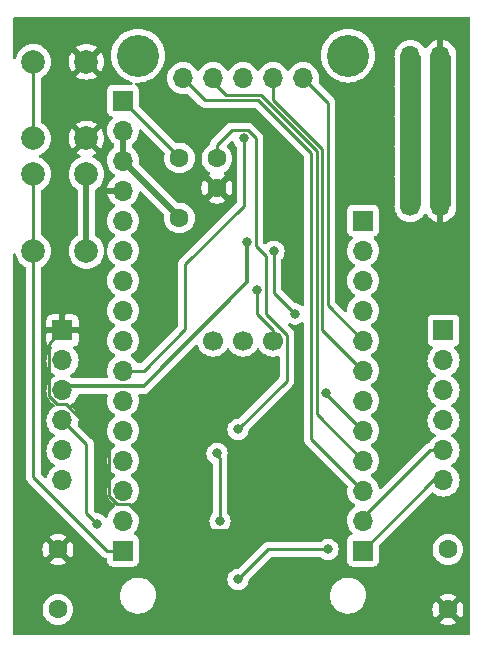
<source format=gbl>
G04 #@! TF.GenerationSoftware,KiCad,Pcbnew,(7.0.0)*
G04 #@! TF.CreationDate,2023-05-02T10:20:12-04:00*
G04 #@! TF.ProjectId,Feather-F405-Bridge,46656174-6865-4722-9d46-3430352d4272,rev?*
G04 #@! TF.SameCoordinates,Original*
G04 #@! TF.FileFunction,Copper,L2,Bot*
G04 #@! TF.FilePolarity,Positive*
%FSLAX46Y46*%
G04 Gerber Fmt 4.6, Leading zero omitted, Abs format (unit mm)*
G04 Created by KiCad (PCBNEW (7.0.0)) date 2023-05-02 10:20:12*
%MOMM*%
%LPD*%
G01*
G04 APERTURE LIST*
G04 #@! TA.AperFunction,ComponentPad*
%ADD10C,1.600000*%
G04 #@! TD*
G04 #@! TA.AperFunction,ComponentPad*
%ADD11C,2.000000*%
G04 #@! TD*
G04 #@! TA.AperFunction,ComponentPad*
%ADD12C,3.556000*%
G04 #@! TD*
G04 #@! TA.AperFunction,ComponentPad*
%ADD13R,1.700000X1.700000*%
G04 #@! TD*
G04 #@! TA.AperFunction,ComponentPad*
%ADD14O,1.700000X1.700000*%
G04 #@! TD*
G04 #@! TA.AperFunction,ComponentPad*
%ADD15C,1.700000*%
G04 #@! TD*
G04 #@! TA.AperFunction,ViaPad*
%ADD16C,0.800000*%
G04 #@! TD*
G04 #@! TA.AperFunction,Conductor*
%ADD17C,0.250000*%
G04 #@! TD*
G04 #@! TA.AperFunction,Conductor*
%ADD18C,0.375000*%
G04 #@! TD*
G04 #@! TA.AperFunction,Conductor*
%ADD19C,0.500000*%
G04 #@! TD*
G04 #@! TA.AperFunction,Conductor*
%ADD20C,0.254000*%
G04 #@! TD*
G04 APERTURE END LIST*
G36*
X81495000Y-133477000D02*
G01*
X79795000Y-133477000D01*
X79795000Y-120777000D01*
X81495000Y-120777000D01*
X81495000Y-133477000D01*
G37*
G36*
X78955000Y-133477000D02*
G01*
X77255000Y-133477000D01*
X77255000Y-120777000D01*
X78955000Y-120777000D01*
X78955000Y-133477000D01*
G37*
D10*
X81280000Y-167640000D03*
X81280000Y-162560000D03*
X48260000Y-167640000D03*
X48260000Y-162560000D03*
D11*
X50673000Y-130787000D03*
X50673000Y-137287000D03*
X46173000Y-130787000D03*
X46173000Y-137287000D03*
X50673000Y-121262000D03*
X50673000Y-127762000D03*
X46173000Y-121262000D03*
X46173000Y-127762000D03*
D10*
X61722000Y-129453000D03*
X61722000Y-131953000D03*
D12*
X55040000Y-120740000D03*
X72820000Y-120740000D03*
D13*
X53769999Y-124549999D03*
D14*
X53769999Y-127089999D03*
X53769999Y-129629999D03*
X53769999Y-132169999D03*
X53769999Y-134709999D03*
X53769999Y-137249999D03*
X53769999Y-139789999D03*
X53769999Y-142329999D03*
X53769999Y-144869999D03*
X53769999Y-147409999D03*
X53769999Y-149949999D03*
X53769999Y-152489999D03*
X53769999Y-155029999D03*
X53769999Y-157569999D03*
X53769999Y-160109999D03*
D13*
X53769999Y-162649999D03*
X74089999Y-162649999D03*
D14*
X74089999Y-160109999D03*
X74089999Y-157569999D03*
X74089999Y-155029999D03*
X74089999Y-152489999D03*
X74089999Y-149949999D03*
X74089999Y-147409999D03*
X74089999Y-144869999D03*
X74089999Y-142329999D03*
X74089999Y-139789999D03*
X74089999Y-137249999D03*
D13*
X74089999Y-134709999D03*
D14*
X69009999Y-122644999D03*
X66469999Y-122644999D03*
X63929999Y-122644999D03*
X61389999Y-122644999D03*
X58849999Y-122644999D03*
D15*
X66470000Y-144870000D03*
X63930000Y-144870000D03*
X61390000Y-144870000D03*
D13*
X80898999Y-144017999D03*
D14*
X80898999Y-146557999D03*
X80898999Y-149097999D03*
X80898999Y-151637999D03*
X80898999Y-154177999D03*
X80898999Y-156717999D03*
D13*
X48640999Y-144017999D03*
D14*
X48640999Y-146557999D03*
X48640999Y-149097999D03*
X48640999Y-151637999D03*
X48640999Y-154177999D03*
X48640999Y-156717999D03*
D10*
X58547000Y-134488000D03*
X58547000Y-129408000D03*
D15*
X78105000Y-133477000D03*
D14*
X80644999Y-133476999D03*
X78104999Y-130936999D03*
X80644999Y-130936999D03*
X78104999Y-128396999D03*
X80644999Y-128396999D03*
X78104999Y-125856999D03*
X80644999Y-125856999D03*
X78104999Y-123316999D03*
X80644999Y-123316999D03*
X78104999Y-120776999D03*
X80644999Y-120776999D03*
D16*
X63500000Y-165100000D03*
X71120000Y-162560000D03*
X66040000Y-160020000D03*
X64262000Y-136525000D03*
X61976000Y-160147000D03*
X61722000Y-154432000D03*
X65151000Y-140589000D03*
X64008000Y-127762000D03*
X70993000Y-149309011D03*
X51562000Y-160401000D03*
X63500000Y-152400000D03*
X68330299Y-142616701D03*
X66548000Y-137312000D03*
D17*
X66040000Y-162560000D02*
X63500000Y-165100000D01*
X71120000Y-162560000D02*
X66040000Y-162560000D01*
X47466000Y-145193000D02*
X48641000Y-144018000D01*
X47466000Y-149584701D02*
X47466000Y-145193000D01*
X54256701Y-158745000D02*
X53283299Y-158745000D01*
X48154299Y-150273000D02*
X47466000Y-149584701D01*
X53283299Y-158745000D02*
X52595000Y-158056701D01*
X52595000Y-158056701D02*
X52595000Y-153930299D01*
X48937701Y-150273000D02*
X48154299Y-150273000D01*
X52595000Y-153930299D02*
X48937701Y-150273000D01*
X66040000Y-160020000D02*
X65188000Y-160872000D01*
X56383701Y-160872000D02*
X54256701Y-158745000D01*
X65188000Y-160872000D02*
X56383701Y-160872000D01*
D18*
X64262000Y-139954000D02*
X64262000Y-136525000D01*
X55503011Y-148712989D02*
X64262000Y-139954000D01*
X49026011Y-148712989D02*
X55503011Y-148712989D01*
D19*
X78105000Y-130937000D02*
X78105000Y-133477000D01*
X53770000Y-127090000D02*
X53770000Y-129630000D01*
X58547000Y-134407000D02*
X53770000Y-129630000D01*
X50673000Y-137287000D02*
X50673000Y-130787000D01*
D20*
X61976000Y-154813000D02*
X61849000Y-154686000D01*
X61849000Y-154559000D02*
X61722000Y-154432000D01*
X61976000Y-160147000D02*
X61976000Y-154813000D01*
X61849000Y-154686000D02*
X61849000Y-154559000D01*
X65151000Y-142621000D02*
X65151000Y-140589000D01*
X66470000Y-144870000D02*
X66470000Y-143940000D01*
X66470000Y-143940000D02*
X65151000Y-142621000D01*
X64008000Y-133477000D02*
X64008000Y-127762000D01*
X59055000Y-138430000D02*
X64008000Y-133477000D01*
X55536000Y-147410000D02*
X59055000Y-143891000D01*
X53770000Y-147410000D02*
X55536000Y-147410000D01*
X59055000Y-143891000D02*
X59055000Y-138430000D01*
X65223511Y-124532511D02*
X69723000Y-129032000D01*
X60737511Y-124532511D02*
X65223511Y-124532511D01*
X69723000Y-129032000D02*
X69723000Y-153203000D01*
X58850000Y-122645000D02*
X60737511Y-124532511D01*
X69723000Y-153203000D02*
X74090000Y-157570000D01*
X62520161Y-124079000D02*
X65411362Y-124079000D01*
X61390000Y-122948839D02*
X62520161Y-124079000D01*
X65411362Y-124079000D02*
X70176511Y-128844150D01*
X70176511Y-151116511D02*
X74090000Y-155030000D01*
X70176511Y-128844150D02*
X70176511Y-151116511D01*
D17*
X74090000Y-152490000D02*
X70993000Y-149393000D01*
X70993000Y-149393000D02*
X70993000Y-149309011D01*
D20*
X66470000Y-122645000D02*
X66470000Y-124496278D01*
X70630022Y-143950022D02*
X74090000Y-147410000D01*
X70630022Y-128656300D02*
X70630022Y-143950022D01*
X66470000Y-124496278D02*
X70630022Y-128656300D01*
X71083533Y-124718533D02*
X71083533Y-141863533D01*
X71083533Y-141863533D02*
X74090000Y-144870000D01*
X69010000Y-122645000D02*
X71083533Y-124718533D01*
D17*
X46173000Y-156409000D02*
X52414000Y-162650000D01*
X46173000Y-137287000D02*
X46173000Y-156409000D01*
X52414000Y-162650000D02*
X53770000Y-162650000D01*
D20*
X46173000Y-130787000D02*
X46173000Y-137287000D01*
X51562000Y-160401000D02*
X50669511Y-159508511D01*
X50669511Y-159508511D02*
X50669511Y-153666511D01*
X50669511Y-153666511D02*
X48641000Y-151638000D01*
X53770000Y-124550000D02*
X58547000Y-129327000D01*
D17*
X64308305Y-127037000D02*
X63006630Y-127037000D01*
D20*
X46173000Y-121262000D02*
X46173000Y-127762000D01*
D17*
X67645000Y-144383299D02*
X65876000Y-142614299D01*
X64987000Y-127715695D02*
X64308305Y-127037000D01*
X65876000Y-137714305D02*
X64987000Y-136825305D01*
X61722000Y-128321630D02*
X61722000Y-129453000D01*
X67645000Y-148255000D02*
X67645000Y-144383299D01*
X63500000Y-152400000D02*
X67645000Y-148255000D01*
X64987000Y-136825305D02*
X64987000Y-127715695D01*
X65876000Y-142614299D02*
X65876000Y-137714305D01*
X63006630Y-127037000D02*
X61722000Y-128321630D01*
X66548000Y-140834402D02*
X66548000Y-137312000D01*
X68330299Y-142616701D02*
X66548000Y-140834402D01*
X74090000Y-162650000D02*
X80022000Y-156718000D01*
X80022000Y-156718000D02*
X80899000Y-156718000D01*
X74090000Y-159844000D02*
X79756000Y-154178000D01*
X79756000Y-154178000D02*
X80899000Y-154178000D01*
G04 #@! TA.AperFunction,Conductor*
G36*
X83121500Y-117492381D02*
G01*
X83167619Y-117538500D01*
X83184500Y-117601500D01*
X83184500Y-169672500D01*
X83167619Y-169735500D01*
X83121500Y-169781619D01*
X83058500Y-169798500D01*
X44576500Y-169798500D01*
X44513500Y-169781619D01*
X44467381Y-169735500D01*
X44450500Y-169672500D01*
X44450500Y-167640000D01*
X46954532Y-167640000D01*
X46955011Y-167645475D01*
X46973868Y-167861021D01*
X46974365Y-167866692D01*
X47033261Y-168086496D01*
X47129432Y-168292734D01*
X47132584Y-168297235D01*
X47132586Y-168297239D01*
X47256793Y-168474627D01*
X47256797Y-168474631D01*
X47259953Y-168479139D01*
X47420861Y-168640047D01*
X47425369Y-168643203D01*
X47425372Y-168643206D01*
X47556489Y-168735014D01*
X47607266Y-168770568D01*
X47813504Y-168866739D01*
X48033308Y-168925635D01*
X48260000Y-168945468D01*
X48486692Y-168925635D01*
X48706496Y-168866739D01*
X48912734Y-168770568D01*
X48975285Y-168726770D01*
X80555860Y-168726770D01*
X80563414Y-168735014D01*
X80618996Y-168773933D01*
X80628482Y-168779410D01*
X80825946Y-168871489D01*
X80836238Y-168875235D01*
X81046687Y-168931625D01*
X81057480Y-168933528D01*
X81274525Y-168952517D01*
X81285475Y-168952517D01*
X81502519Y-168933528D01*
X81513312Y-168931625D01*
X81723761Y-168875235D01*
X81734053Y-168871489D01*
X81931510Y-168779413D01*
X81941006Y-168773931D01*
X81996586Y-168735013D01*
X82004138Y-168726771D01*
X81998128Y-168717338D01*
X81291729Y-168010939D01*
X81279999Y-168004167D01*
X81268271Y-168010938D01*
X80561867Y-168717341D01*
X80555860Y-168726770D01*
X48975285Y-168726770D01*
X49099139Y-168640047D01*
X49260047Y-168479139D01*
X49390568Y-168292734D01*
X49486739Y-168086496D01*
X49545635Y-167866692D01*
X49565468Y-167640000D01*
X49545635Y-167413308D01*
X49486739Y-167193504D01*
X49390568Y-166987266D01*
X49344776Y-166921867D01*
X49263206Y-166805372D01*
X49263203Y-166805369D01*
X49260047Y-166800861D01*
X49099139Y-166639953D01*
X49094631Y-166636797D01*
X49094627Y-166636793D01*
X48929861Y-166521424D01*
X53515790Y-166521424D01*
X53516401Y-166526461D01*
X53516402Y-166526470D01*
X53531262Y-166648848D01*
X53545381Y-166765129D01*
X53546792Y-166770003D01*
X53546793Y-166770004D01*
X53557037Y-166805372D01*
X53613682Y-167000931D01*
X53615856Y-167005513D01*
X53615857Y-167005515D01*
X53716745Y-167218132D01*
X53716748Y-167218137D01*
X53718924Y-167222723D01*
X53721806Y-167226899D01*
X53721810Y-167226905D01*
X53750907Y-167269059D01*
X53858381Y-167424762D01*
X54028442Y-167601813D01*
X54224701Y-167749293D01*
X54442076Y-167863380D01*
X54674937Y-167941120D01*
X54917253Y-167980500D01*
X55098730Y-167980500D01*
X55101280Y-167980500D01*
X55284699Y-167965693D01*
X55523060Y-167906942D01*
X55748911Y-167810716D01*
X55956400Y-167679508D01*
X56140156Y-167516714D01*
X56295418Y-167326553D01*
X56418166Y-167113948D01*
X56505219Y-166884406D01*
X56554325Y-166643872D01*
X56559259Y-166521424D01*
X71295790Y-166521424D01*
X71296401Y-166526461D01*
X71296402Y-166526470D01*
X71311262Y-166648848D01*
X71325381Y-166765129D01*
X71326792Y-166770003D01*
X71326793Y-166770004D01*
X71337037Y-166805372D01*
X71393682Y-167000931D01*
X71395856Y-167005513D01*
X71395857Y-167005515D01*
X71496745Y-167218132D01*
X71496748Y-167218137D01*
X71498924Y-167222723D01*
X71501806Y-167226899D01*
X71501810Y-167226905D01*
X71530907Y-167269059D01*
X71638381Y-167424762D01*
X71808442Y-167601813D01*
X72004701Y-167749293D01*
X72222076Y-167863380D01*
X72454937Y-167941120D01*
X72697253Y-167980500D01*
X72878730Y-167980500D01*
X72881280Y-167980500D01*
X73064699Y-167965693D01*
X73303060Y-167906942D01*
X73528911Y-167810716D01*
X73736400Y-167679508D01*
X73774815Y-167645475D01*
X79967483Y-167645475D01*
X79986471Y-167862519D01*
X79988374Y-167873312D01*
X80044764Y-168083761D01*
X80048510Y-168094053D01*
X80140587Y-168291513D01*
X80146066Y-168301002D01*
X80184985Y-168356586D01*
X80193228Y-168364138D01*
X80202656Y-168358132D01*
X80909059Y-167651730D01*
X80915832Y-167639999D01*
X81644167Y-167639999D01*
X81650939Y-167651729D01*
X82357338Y-168358128D01*
X82366771Y-168364138D01*
X82375013Y-168356586D01*
X82413931Y-168301006D01*
X82419413Y-168291510D01*
X82511489Y-168094053D01*
X82515235Y-168083761D01*
X82571625Y-167873312D01*
X82573528Y-167862519D01*
X82592517Y-167645475D01*
X82592517Y-167634525D01*
X82573528Y-167417480D01*
X82571625Y-167406687D01*
X82515235Y-167196238D01*
X82511489Y-167185946D01*
X82419410Y-166988482D01*
X82413933Y-166978996D01*
X82375014Y-166923414D01*
X82366770Y-166915860D01*
X82357341Y-166921867D01*
X81650938Y-167628271D01*
X81644167Y-167639999D01*
X80915832Y-167639999D01*
X80909060Y-167628270D01*
X80202659Y-166921869D01*
X80193227Y-166915860D01*
X80184985Y-166923413D01*
X80146067Y-166978995D01*
X80140587Y-166988485D01*
X80048510Y-167185946D01*
X80044764Y-167196238D01*
X79988374Y-167406687D01*
X79986471Y-167417480D01*
X79967483Y-167634525D01*
X79967483Y-167645475D01*
X73774815Y-167645475D01*
X73920156Y-167516714D01*
X74075418Y-167326553D01*
X74198166Y-167113948D01*
X74285219Y-166884406D01*
X74334325Y-166643872D01*
X74337978Y-166553227D01*
X80555860Y-166553227D01*
X80561869Y-166562659D01*
X81268270Y-167269060D01*
X81279999Y-167275832D01*
X81291730Y-167269059D01*
X81998132Y-166562656D01*
X82004138Y-166553228D01*
X81996586Y-166544985D01*
X81941002Y-166506066D01*
X81931513Y-166500587D01*
X81734053Y-166408510D01*
X81723761Y-166404764D01*
X81513312Y-166348374D01*
X81502519Y-166346471D01*
X81285475Y-166327483D01*
X81274525Y-166327483D01*
X81057480Y-166346471D01*
X81046687Y-166348374D01*
X80836238Y-166404764D01*
X80825946Y-166408510D01*
X80628485Y-166500587D01*
X80618995Y-166506067D01*
X80563413Y-166544985D01*
X80555860Y-166553227D01*
X74337978Y-166553227D01*
X74344210Y-166398576D01*
X74314619Y-166154871D01*
X74246318Y-165919069D01*
X74141076Y-165697277D01*
X74001619Y-165495238D01*
X73831558Y-165318187D01*
X73827502Y-165315139D01*
X73639350Y-165173751D01*
X73639348Y-165173750D01*
X73635299Y-165170707D01*
X73630815Y-165168354D01*
X73630811Y-165168351D01*
X73422418Y-165058978D01*
X73422411Y-165058975D01*
X73417924Y-165056620D01*
X73413114Y-165055014D01*
X73413109Y-165055012D01*
X73189881Y-164980488D01*
X73189875Y-164980486D01*
X73185063Y-164978880D01*
X73180048Y-164978064D01*
X73180044Y-164978064D01*
X72947758Y-164940314D01*
X72947753Y-164940313D01*
X72942747Y-164939500D01*
X72758720Y-164939500D01*
X72756189Y-164939704D01*
X72756172Y-164939705D01*
X72580363Y-164953898D01*
X72580358Y-164953898D01*
X72575301Y-164954307D01*
X72570378Y-164955520D01*
X72570374Y-164955521D01*
X72341864Y-165011844D01*
X72341860Y-165011845D01*
X72336940Y-165013058D01*
X72332277Y-165015044D01*
X72332270Y-165015047D01*
X72115766Y-165107291D01*
X72115762Y-165107292D01*
X72111089Y-165109284D01*
X72106803Y-165111994D01*
X72106794Y-165111999D01*
X71907886Y-165237781D01*
X71907880Y-165237785D01*
X71903600Y-165240492D01*
X71899809Y-165243850D01*
X71899803Y-165243855D01*
X71723646Y-165399917D01*
X71723641Y-165399921D01*
X71719844Y-165403286D01*
X71716637Y-165407212D01*
X71716629Y-165407222D01*
X71567799Y-165589506D01*
X71567794Y-165589511D01*
X71564582Y-165593447D01*
X71562046Y-165597839D01*
X71562038Y-165597851D01*
X71460981Y-165772888D01*
X71441834Y-165806052D01*
X71440033Y-165810799D01*
X71440030Y-165810807D01*
X71356580Y-166030849D01*
X71356578Y-166030854D01*
X71354781Y-166035594D01*
X71353769Y-166040549D01*
X71353766Y-166040561D01*
X71306690Y-166271151D01*
X71306688Y-166271163D01*
X71305675Y-166276128D01*
X71305470Y-166281198D01*
X71305470Y-166281204D01*
X71295994Y-166516347D01*
X71295994Y-166516354D01*
X71295790Y-166521424D01*
X56559259Y-166521424D01*
X56564210Y-166398576D01*
X56534619Y-166154871D01*
X56466318Y-165919069D01*
X56361076Y-165697277D01*
X56221619Y-165495238D01*
X56051558Y-165318187D01*
X56047502Y-165315139D01*
X55859350Y-165173751D01*
X55859348Y-165173750D01*
X55855299Y-165170707D01*
X55850815Y-165168354D01*
X55850811Y-165168351D01*
X55720579Y-165100000D01*
X62594540Y-165100000D01*
X62614326Y-165288256D01*
X62616363Y-165294528D01*
X62616365Y-165294533D01*
X62670778Y-165461999D01*
X62670781Y-165462006D01*
X62672821Y-165468284D01*
X62767467Y-165632216D01*
X62894129Y-165772888D01*
X63047270Y-165884151D01*
X63220197Y-165961144D01*
X63405354Y-166000500D01*
X63588043Y-166000500D01*
X63594646Y-166000500D01*
X63779803Y-165961144D01*
X63952730Y-165884151D01*
X64105871Y-165772888D01*
X64232533Y-165632216D01*
X64327179Y-165468284D01*
X64385674Y-165288256D01*
X64403247Y-165121049D01*
X64414831Y-165079978D01*
X64439457Y-165045132D01*
X66262188Y-163222402D01*
X66303063Y-163195091D01*
X66351281Y-163185500D01*
X70415362Y-163185500D01*
X70466614Y-163196395D01*
X70504485Y-163223912D01*
X70504802Y-163223561D01*
X70508146Y-163226572D01*
X70509002Y-163227194D01*
X70514129Y-163232888D01*
X70667270Y-163344151D01*
X70673303Y-163346837D01*
X70799521Y-163403034D01*
X70840197Y-163421144D01*
X71025354Y-163460500D01*
X71208043Y-163460500D01*
X71214646Y-163460500D01*
X71399803Y-163421144D01*
X71572730Y-163344151D01*
X71725871Y-163232888D01*
X71852533Y-163092216D01*
X71947179Y-162928284D01*
X72005674Y-162748256D01*
X72025460Y-162560000D01*
X72005674Y-162371744D01*
X71980540Y-162294390D01*
X71949221Y-162198000D01*
X71949220Y-162197998D01*
X71947179Y-162191716D01*
X71852533Y-162027784D01*
X71725871Y-161887112D01*
X71663599Y-161841869D01*
X71578071Y-161779729D01*
X71578067Y-161779727D01*
X71572730Y-161775849D01*
X71566699Y-161773163D01*
X71566696Y-161773162D01*
X71405842Y-161701544D01*
X71405835Y-161701541D01*
X71399803Y-161698856D01*
X71393345Y-161697483D01*
X71393341Y-161697482D01*
X71221102Y-161660872D01*
X71221099Y-161660871D01*
X71214646Y-161659500D01*
X71025354Y-161659500D01*
X71018901Y-161660871D01*
X71018897Y-161660872D01*
X70846658Y-161697482D01*
X70846651Y-161697483D01*
X70840197Y-161698856D01*
X70834167Y-161701540D01*
X70834157Y-161701544D01*
X70673303Y-161773162D01*
X70673296Y-161773165D01*
X70667270Y-161775849D01*
X70661935Y-161779724D01*
X70661928Y-161779729D01*
X70519473Y-161883229D01*
X70519470Y-161883230D01*
X70514129Y-161887112D01*
X70509713Y-161892016D01*
X70509708Y-161892021D01*
X70509002Y-161892806D01*
X70508146Y-161893427D01*
X70504802Y-161896439D01*
X70504485Y-161896087D01*
X70466614Y-161923605D01*
X70415362Y-161934500D01*
X66117698Y-161934500D01*
X66106737Y-161933983D01*
X66099332Y-161932328D01*
X66091416Y-161932576D01*
X66091409Y-161932576D01*
X66032176Y-161934438D01*
X66028219Y-161934500D01*
X66000650Y-161934500D01*
X65996730Y-161934994D01*
X65996647Y-161935000D01*
X65984938Y-161935921D01*
X65949291Y-161937041D01*
X65949282Y-161937042D01*
X65941372Y-161937291D01*
X65933764Y-161939501D01*
X65933759Y-161939502D01*
X65922284Y-161942836D01*
X65902926Y-161946845D01*
X65891077Y-161948341D01*
X65891070Y-161948342D01*
X65883208Y-161949336D01*
X65875840Y-161952252D01*
X65875832Y-161952255D01*
X65842670Y-161965384D01*
X65831450Y-161969225D01*
X65797220Y-161979171D01*
X65797213Y-161979173D01*
X65789610Y-161981383D01*
X65782796Y-161985412D01*
X65782788Y-161985416D01*
X65772499Y-161991501D01*
X65754758Y-162000192D01*
X65743637Y-162004595D01*
X65743628Y-162004599D01*
X65736268Y-162007514D01*
X65729864Y-162012166D01*
X65729854Y-162012172D01*
X65701005Y-162033132D01*
X65691088Y-162039646D01*
X65660406Y-162057791D01*
X65660398Y-162057796D01*
X65653579Y-162061830D01*
X65647977Y-162067431D01*
X65647970Y-162067437D01*
X65639517Y-162075890D01*
X65624496Y-162088719D01*
X65614827Y-162095744D01*
X65614818Y-162095751D01*
X65608413Y-162100406D01*
X65603366Y-162106506D01*
X65603356Y-162106516D01*
X65580628Y-162133989D01*
X65572641Y-162142766D01*
X63552814Y-164162595D01*
X63511937Y-164189909D01*
X63463719Y-164199500D01*
X63405354Y-164199500D01*
X63398901Y-164200871D01*
X63398897Y-164200872D01*
X63226658Y-164237482D01*
X63226651Y-164237483D01*
X63220197Y-164238856D01*
X63214167Y-164241540D01*
X63214157Y-164241544D01*
X63053303Y-164313162D01*
X63053296Y-164313165D01*
X63047270Y-164315849D01*
X63041935Y-164319724D01*
X63041928Y-164319729D01*
X62899467Y-164423233D01*
X62899462Y-164423236D01*
X62894129Y-164427112D01*
X62767467Y-164567784D01*
X62764166Y-164573500D01*
X62764164Y-164573504D01*
X62676125Y-164725993D01*
X62672821Y-164731716D01*
X62670782Y-164737990D01*
X62670778Y-164738000D01*
X62616365Y-164905466D01*
X62616363Y-164905473D01*
X62614326Y-164911744D01*
X62613636Y-164918304D01*
X62613636Y-164918307D01*
X62609725Y-164955521D01*
X62594540Y-165100000D01*
X55720579Y-165100000D01*
X55642418Y-165058978D01*
X55642411Y-165058975D01*
X55637924Y-165056620D01*
X55633114Y-165055014D01*
X55633109Y-165055012D01*
X55409881Y-164980488D01*
X55409875Y-164980486D01*
X55405063Y-164978880D01*
X55400048Y-164978064D01*
X55400044Y-164978064D01*
X55167758Y-164940314D01*
X55167753Y-164940313D01*
X55162747Y-164939500D01*
X54978720Y-164939500D01*
X54976189Y-164939704D01*
X54976172Y-164939705D01*
X54800363Y-164953898D01*
X54800358Y-164953898D01*
X54795301Y-164954307D01*
X54790378Y-164955520D01*
X54790374Y-164955521D01*
X54561864Y-165011844D01*
X54561860Y-165011845D01*
X54556940Y-165013058D01*
X54552277Y-165015044D01*
X54552270Y-165015047D01*
X54335766Y-165107291D01*
X54335762Y-165107292D01*
X54331089Y-165109284D01*
X54326803Y-165111994D01*
X54326794Y-165111999D01*
X54127886Y-165237781D01*
X54127880Y-165237785D01*
X54123600Y-165240492D01*
X54119809Y-165243850D01*
X54119803Y-165243855D01*
X53943646Y-165399917D01*
X53943641Y-165399921D01*
X53939844Y-165403286D01*
X53936637Y-165407212D01*
X53936629Y-165407222D01*
X53787799Y-165589506D01*
X53787794Y-165589511D01*
X53784582Y-165593447D01*
X53782046Y-165597839D01*
X53782038Y-165597851D01*
X53680981Y-165772888D01*
X53661834Y-165806052D01*
X53660033Y-165810799D01*
X53660030Y-165810807D01*
X53576580Y-166030849D01*
X53576578Y-166030854D01*
X53574781Y-166035594D01*
X53573769Y-166040549D01*
X53573766Y-166040561D01*
X53526690Y-166271151D01*
X53526688Y-166271163D01*
X53525675Y-166276128D01*
X53525470Y-166281198D01*
X53525470Y-166281204D01*
X53515994Y-166516347D01*
X53515994Y-166516354D01*
X53515790Y-166521424D01*
X48929861Y-166521424D01*
X48917239Y-166512586D01*
X48917235Y-166512584D01*
X48912734Y-166509432D01*
X48706496Y-166413261D01*
X48701188Y-166411838D01*
X48701186Y-166411838D01*
X48492006Y-166355789D01*
X48492007Y-166355789D01*
X48486692Y-166354365D01*
X48481216Y-166353885D01*
X48481211Y-166353885D01*
X48265475Y-166335011D01*
X48260000Y-166334532D01*
X48254525Y-166335011D01*
X48038788Y-166353885D01*
X48038781Y-166353886D01*
X48033308Y-166354365D01*
X48027994Y-166355788D01*
X48027993Y-166355789D01*
X47818813Y-166411838D01*
X47818808Y-166411839D01*
X47813504Y-166413261D01*
X47808527Y-166415581D01*
X47808521Y-166415584D01*
X47612247Y-166507109D01*
X47612244Y-166507110D01*
X47607266Y-166509432D01*
X47602769Y-166512580D01*
X47602760Y-166512586D01*
X47425372Y-166636793D01*
X47425361Y-166636801D01*
X47420861Y-166639953D01*
X47416971Y-166643842D01*
X47416965Y-166643848D01*
X47263848Y-166796965D01*
X47263842Y-166796971D01*
X47259953Y-166800861D01*
X47256801Y-166805361D01*
X47256793Y-166805372D01*
X47132586Y-166982760D01*
X47132580Y-166982769D01*
X47129432Y-166987266D01*
X47127110Y-166992244D01*
X47127109Y-166992247D01*
X47035584Y-167188521D01*
X47035581Y-167188527D01*
X47033261Y-167193504D01*
X47031839Y-167198808D01*
X47031838Y-167198813D01*
X47024311Y-167226905D01*
X46974365Y-167413308D01*
X46973886Y-167418781D01*
X46973885Y-167418788D01*
X46965318Y-167516714D01*
X46954532Y-167640000D01*
X44450500Y-167640000D01*
X44450500Y-163646770D01*
X47535860Y-163646770D01*
X47543414Y-163655014D01*
X47598996Y-163693933D01*
X47608482Y-163699410D01*
X47805946Y-163791489D01*
X47816238Y-163795235D01*
X48026687Y-163851625D01*
X48037480Y-163853528D01*
X48254525Y-163872517D01*
X48265475Y-163872517D01*
X48482519Y-163853528D01*
X48493312Y-163851625D01*
X48703761Y-163795235D01*
X48714053Y-163791489D01*
X48911510Y-163699413D01*
X48921006Y-163693931D01*
X48976586Y-163655013D01*
X48984138Y-163646771D01*
X48978128Y-163637338D01*
X48271729Y-162930939D01*
X48259999Y-162924167D01*
X48248271Y-162930938D01*
X47541867Y-163637341D01*
X47535860Y-163646770D01*
X44450500Y-163646770D01*
X44450500Y-162565475D01*
X46947483Y-162565475D01*
X46966471Y-162782519D01*
X46968374Y-162793312D01*
X47024764Y-163003761D01*
X47028510Y-163014053D01*
X47120587Y-163211513D01*
X47126066Y-163221002D01*
X47164985Y-163276586D01*
X47173228Y-163284138D01*
X47182656Y-163278132D01*
X47889059Y-162571730D01*
X47895832Y-162559999D01*
X48624167Y-162559999D01*
X48630939Y-162571729D01*
X49337338Y-163278128D01*
X49346771Y-163284138D01*
X49355013Y-163276586D01*
X49393931Y-163221006D01*
X49399413Y-163211510D01*
X49491489Y-163014053D01*
X49495235Y-163003761D01*
X49551625Y-162793312D01*
X49553528Y-162782519D01*
X49572517Y-162565475D01*
X49572517Y-162554525D01*
X49553528Y-162337480D01*
X49551625Y-162326687D01*
X49495235Y-162116238D01*
X49491489Y-162105946D01*
X49399410Y-161908482D01*
X49393933Y-161898996D01*
X49355014Y-161843414D01*
X49346770Y-161835860D01*
X49337341Y-161841867D01*
X48630938Y-162548271D01*
X48624167Y-162559999D01*
X47895832Y-162559999D01*
X47889060Y-162548270D01*
X47182659Y-161841869D01*
X47173227Y-161835860D01*
X47164985Y-161843413D01*
X47126067Y-161898995D01*
X47120587Y-161908485D01*
X47028510Y-162105946D01*
X47024764Y-162116238D01*
X46968374Y-162326687D01*
X46966471Y-162337480D01*
X46947483Y-162554525D01*
X46947483Y-162565475D01*
X44450500Y-162565475D01*
X44450500Y-161473227D01*
X47535860Y-161473227D01*
X47541869Y-161482659D01*
X48248270Y-162189060D01*
X48259999Y-162195832D01*
X48271730Y-162189059D01*
X48978132Y-161482656D01*
X48984138Y-161473228D01*
X48976586Y-161464985D01*
X48921002Y-161426066D01*
X48911513Y-161420587D01*
X48714053Y-161328510D01*
X48703761Y-161324764D01*
X48493312Y-161268374D01*
X48482519Y-161266471D01*
X48265475Y-161247483D01*
X48254525Y-161247483D01*
X48037480Y-161266471D01*
X48026687Y-161268374D01*
X47816238Y-161324764D01*
X47805946Y-161328510D01*
X47608485Y-161420587D01*
X47598995Y-161426067D01*
X47543413Y-161464985D01*
X47535860Y-161473227D01*
X44450500Y-161473227D01*
X44450500Y-137608210D01*
X44464871Y-137549773D01*
X44504704Y-137504666D01*
X44560915Y-137483178D01*
X44620680Y-137490210D01*
X44670368Y-137524158D01*
X44698643Y-137577278D01*
X44748937Y-137775881D01*
X44751029Y-137780650D01*
X44751030Y-137780653D01*
X44846732Y-137998831D01*
X44848827Y-138003607D01*
X44857810Y-138017356D01*
X44970747Y-138190221D01*
X44984836Y-138211785D01*
X44988369Y-138215623D01*
X44988370Y-138215624D01*
X45149723Y-138390901D01*
X45149728Y-138390905D01*
X45153256Y-138394738D01*
X45157365Y-138397936D01*
X45157367Y-138397938D01*
X45183174Y-138418024D01*
X45349491Y-138547474D01*
X45406231Y-138578180D01*
X45481469Y-138618897D01*
X45529741Y-138665214D01*
X45547500Y-138729711D01*
X45547500Y-156331297D01*
X45546983Y-156342256D01*
X45545327Y-156349667D01*
X45545576Y-156357592D01*
X45545576Y-156357593D01*
X45547438Y-156416841D01*
X45547500Y-156420799D01*
X45547500Y-156448350D01*
X45547994Y-156452263D01*
X45547999Y-156452340D01*
X45548921Y-156464059D01*
X45550041Y-156499701D01*
X45550042Y-156499707D01*
X45550291Y-156507627D01*
X45552501Y-156515236D01*
X45552503Y-156515244D01*
X45555835Y-156526712D01*
X45559843Y-156546066D01*
X45561341Y-156557925D01*
X45561343Y-156557934D01*
X45562336Y-156565792D01*
X45565252Y-156573157D01*
X45565253Y-156573161D01*
X45578377Y-156606308D01*
X45582222Y-156617537D01*
X45592171Y-156651782D01*
X45592172Y-156651786D01*
X45594382Y-156659390D01*
X45598413Y-156666207D01*
X45598417Y-156666215D01*
X45604499Y-156676500D01*
X45613192Y-156694243D01*
X45617594Y-156705359D01*
X45617596Y-156705362D01*
X45620514Y-156712732D01*
X45625170Y-156719140D01*
X45625172Y-156719144D01*
X45646129Y-156747988D01*
X45652646Y-156757910D01*
X45670789Y-156788589D01*
X45670793Y-156788595D01*
X45674830Y-156795420D01*
X45680439Y-156801029D01*
X45680440Y-156801030D01*
X45688879Y-156809469D01*
X45701719Y-156824502D01*
X45713406Y-156840587D01*
X45719513Y-156845639D01*
X45719514Y-156845640D01*
X45746988Y-156868368D01*
X45755768Y-156876358D01*
X51916758Y-163037349D01*
X51924147Y-163045468D01*
X51928214Y-163051877D01*
X51933991Y-163057302D01*
X51977207Y-163097885D01*
X51980049Y-163100640D01*
X51999529Y-163120120D01*
X52002661Y-163122550D01*
X52002733Y-163122613D01*
X52011651Y-163130231D01*
X52037637Y-163154634D01*
X52037640Y-163154636D01*
X52043418Y-163160062D01*
X52060834Y-163169636D01*
X52077358Y-163180491D01*
X52086796Y-163187812D01*
X52086801Y-163187815D01*
X52093064Y-163192673D01*
X52100336Y-163195820D01*
X52100338Y-163195821D01*
X52133058Y-163209980D01*
X52143718Y-163215202D01*
X52174963Y-163232379D01*
X52181908Y-163236197D01*
X52189584Y-163238167D01*
X52189585Y-163238168D01*
X52201150Y-163241137D01*
X52219856Y-163247541D01*
X52238104Y-163255438D01*
X52245938Y-163256678D01*
X52245939Y-163256679D01*
X52262762Y-163259343D01*
X52281155Y-163262256D01*
X52292770Y-163264662D01*
X52324836Y-163272895D01*
X52373816Y-163297852D01*
X52407508Y-163341288D01*
X52419500Y-163394935D01*
X52419500Y-163544502D01*
X52419500Y-163544520D01*
X52419501Y-163547872D01*
X52419860Y-163551218D01*
X52419861Y-163551223D01*
X52425066Y-163599647D01*
X52425067Y-163599652D01*
X52425909Y-163607483D01*
X52428662Y-163614864D01*
X52473054Y-163733887D01*
X52473055Y-163733890D01*
X52476204Y-163742331D01*
X52562454Y-163857546D01*
X52677669Y-163943796D01*
X52812517Y-163994091D01*
X52863746Y-163999598D01*
X52868778Y-164000140D01*
X52868779Y-164000140D01*
X52872127Y-164000500D01*
X54667872Y-164000499D01*
X54727483Y-163994091D01*
X54862331Y-163943796D01*
X54977546Y-163857546D01*
X55063796Y-163742331D01*
X55114091Y-163607483D01*
X55120500Y-163547873D01*
X55120499Y-161752128D01*
X55114091Y-161692517D01*
X55063796Y-161557669D01*
X54977546Y-161442454D01*
X54955654Y-161426066D01*
X54869544Y-161361604D01*
X54869545Y-161361604D01*
X54862331Y-161356204D01*
X54853890Y-161353055D01*
X54853887Y-161353054D01*
X54733832Y-161308277D01*
X54682640Y-161272734D01*
X54654743Y-161217004D01*
X54656968Y-161154722D01*
X54688766Y-161101129D01*
X54808495Y-160981401D01*
X54944035Y-160787830D01*
X55043903Y-160573663D01*
X55105063Y-160345408D01*
X55125659Y-160110000D01*
X55105063Y-159874592D01*
X55043903Y-159646337D01*
X54944035Y-159432171D01*
X54916902Y-159393421D01*
X54811654Y-159243110D01*
X54811651Y-159243107D01*
X54808495Y-159238599D01*
X54641401Y-159071505D01*
X54458180Y-158943212D01*
X54418689Y-158898180D01*
X54404452Y-158840000D01*
X54418689Y-158781820D01*
X54458181Y-158736787D01*
X54641401Y-158608495D01*
X54808495Y-158441401D01*
X54944035Y-158247830D01*
X55043903Y-158033663D01*
X55105063Y-157805408D01*
X55125659Y-157570000D01*
X55105063Y-157334592D01*
X55043903Y-157106337D01*
X54944035Y-156892171D01*
X54876290Y-156795420D01*
X54811654Y-156703110D01*
X54811651Y-156703107D01*
X54808495Y-156698599D01*
X54641401Y-156531505D01*
X54458180Y-156403212D01*
X54418689Y-156358180D01*
X54404452Y-156300000D01*
X54418689Y-156241820D01*
X54458181Y-156196787D01*
X54472424Y-156186814D01*
X54641401Y-156068495D01*
X54808495Y-155901401D01*
X54944035Y-155707830D01*
X55043903Y-155493663D01*
X55105063Y-155265408D01*
X55125659Y-155030000D01*
X55105063Y-154794592D01*
X55043903Y-154566337D01*
X54981260Y-154432000D01*
X60816540Y-154432000D01*
X60836326Y-154620256D01*
X60838363Y-154626528D01*
X60838365Y-154626533D01*
X60892778Y-154793999D01*
X60892781Y-154794006D01*
X60894821Y-154800284D01*
X60989467Y-154964216D01*
X61116129Y-155104888D01*
X61269270Y-155216151D01*
X61275303Y-155218837D01*
X61281019Y-155222137D01*
X61280567Y-155222919D01*
X61313135Y-155245722D01*
X61339325Y-155286049D01*
X61348500Y-155333251D01*
X61348500Y-159449767D01*
X61340131Y-159494921D01*
X61316138Y-159534074D01*
X61243467Y-159614784D01*
X61240168Y-159620497D01*
X61240165Y-159620502D01*
X61178037Y-159728112D01*
X61148821Y-159778716D01*
X61146782Y-159784990D01*
X61146778Y-159785000D01*
X61092365Y-159952466D01*
X61092363Y-159952473D01*
X61090326Y-159958744D01*
X61070540Y-160147000D01*
X61090326Y-160335256D01*
X61092363Y-160341528D01*
X61092365Y-160341533D01*
X61146778Y-160508999D01*
X61146781Y-160509006D01*
X61148821Y-160515284D01*
X61243467Y-160679216D01*
X61370129Y-160819888D01*
X61523270Y-160931151D01*
X61529303Y-160933837D01*
X61644884Y-160985298D01*
X61696197Y-161008144D01*
X61881354Y-161047500D01*
X62064043Y-161047500D01*
X62070646Y-161047500D01*
X62255803Y-161008144D01*
X62428730Y-160931151D01*
X62581871Y-160819888D01*
X62708533Y-160679216D01*
X62803179Y-160515284D01*
X62861674Y-160335256D01*
X62881460Y-160147000D01*
X62861674Y-159958744D01*
X62803179Y-159778716D01*
X62708533Y-159614784D01*
X62635861Y-159534074D01*
X62611869Y-159494921D01*
X62603500Y-159449767D01*
X62603500Y-154890973D01*
X62604019Y-154879951D01*
X62605680Y-154872523D01*
X62603561Y-154805126D01*
X62603500Y-154801169D01*
X62603500Y-154777479D01*
X62603500Y-154773524D01*
X62603003Y-154769595D01*
X62603002Y-154769571D01*
X62602073Y-154757767D01*
X62600700Y-154714057D01*
X62598487Y-154706442D01*
X62597248Y-154698613D01*
X62598451Y-154698422D01*
X62595431Y-154675976D01*
X62601585Y-154638995D01*
X62607674Y-154620256D01*
X62627460Y-154432000D01*
X62607674Y-154243744D01*
X62549179Y-154063716D01*
X62454533Y-153899784D01*
X62327871Y-153759112D01*
X62295767Y-153735787D01*
X62180071Y-153651729D01*
X62180067Y-153651727D01*
X62174730Y-153647849D01*
X62168699Y-153645163D01*
X62168696Y-153645162D01*
X62007842Y-153573544D01*
X62007835Y-153573541D01*
X62001803Y-153570856D01*
X61995345Y-153569483D01*
X61995341Y-153569482D01*
X61823102Y-153532872D01*
X61823099Y-153532871D01*
X61816646Y-153531500D01*
X61627354Y-153531500D01*
X61620901Y-153532871D01*
X61620897Y-153532872D01*
X61448658Y-153569482D01*
X61448651Y-153569483D01*
X61442197Y-153570856D01*
X61436167Y-153573540D01*
X61436157Y-153573544D01*
X61275303Y-153645162D01*
X61275296Y-153645165D01*
X61269270Y-153647849D01*
X61263935Y-153651724D01*
X61263928Y-153651729D01*
X61121467Y-153755233D01*
X61121462Y-153755236D01*
X61116129Y-153759112D01*
X61111715Y-153764013D01*
X61111714Y-153764015D01*
X61028922Y-153855965D01*
X60989467Y-153899784D01*
X60986166Y-153905500D01*
X60986164Y-153905504D01*
X60938334Y-153988349D01*
X60894821Y-154063716D01*
X60892782Y-154069990D01*
X60892778Y-154070000D01*
X60838365Y-154237466D01*
X60838363Y-154237473D01*
X60836326Y-154243744D01*
X60816540Y-154432000D01*
X54981260Y-154432000D01*
X54944035Y-154352171D01*
X54940880Y-154347665D01*
X54811654Y-154163110D01*
X54811651Y-154163107D01*
X54808495Y-154158599D01*
X54641401Y-153991505D01*
X54458180Y-153863212D01*
X54418689Y-153818180D01*
X54404452Y-153760000D01*
X54418689Y-153701820D01*
X54458181Y-153656787D01*
X54461273Y-153654622D01*
X54641401Y-153528495D01*
X54808495Y-153361401D01*
X54944035Y-153167830D01*
X55043903Y-152953663D01*
X55105063Y-152725408D01*
X55125659Y-152490000D01*
X55105063Y-152254592D01*
X55043903Y-152026337D01*
X54944035Y-151812171D01*
X54940880Y-151807665D01*
X54811654Y-151623110D01*
X54811651Y-151623107D01*
X54808495Y-151618599D01*
X54641401Y-151451505D01*
X54458180Y-151323212D01*
X54418689Y-151278180D01*
X54404452Y-151220000D01*
X54418689Y-151161820D01*
X54458181Y-151116787D01*
X54641401Y-150988495D01*
X54808495Y-150821401D01*
X54944035Y-150627830D01*
X55043903Y-150413663D01*
X55105063Y-150185408D01*
X55125659Y-149950000D01*
X55105063Y-149714592D01*
X55103638Y-149709273D01*
X55063534Y-149559599D01*
X55061662Y-149502407D01*
X55085279Y-149450285D01*
X55129513Y-149413983D01*
X55185241Y-149400989D01*
X55478418Y-149400989D01*
X55486026Y-149401218D01*
X55544857Y-149404778D01*
X55602837Y-149394151D01*
X55610360Y-149393006D01*
X55668869Y-149385903D01*
X55677805Y-149382513D01*
X55699788Y-149376384D01*
X55709196Y-149374661D01*
X55762971Y-149350457D01*
X55769949Y-149347568D01*
X55825089Y-149326657D01*
X55832964Y-149321220D01*
X55852835Y-149310013D01*
X55861554Y-149306090D01*
X55907957Y-149269734D01*
X55914079Y-149265231D01*
X55962590Y-149231747D01*
X56001707Y-149187591D01*
X56006875Y-149182102D01*
X59907032Y-145281945D01*
X59960866Y-145250076D01*
X60023395Y-145248028D01*
X60079201Y-145276309D01*
X60114525Y-145327945D01*
X60114676Y-145328360D01*
X60116097Y-145333663D01*
X60118416Y-145338638D01*
X60118418Y-145338641D01*
X60173528Y-145456824D01*
X60215965Y-145547830D01*
X60219118Y-145552333D01*
X60219121Y-145552338D01*
X60229299Y-145566873D01*
X60351505Y-145741401D01*
X60518599Y-145908495D01*
X60657473Y-146005735D01*
X60701818Y-146036787D01*
X60712170Y-146044035D01*
X60926337Y-146143903D01*
X61154592Y-146205063D01*
X61390000Y-146225659D01*
X61625408Y-146205063D01*
X61853663Y-146143903D01*
X62067830Y-146044035D01*
X62261401Y-145908495D01*
X62428495Y-145741401D01*
X62556787Y-145558180D01*
X62601820Y-145518689D01*
X62660000Y-145504452D01*
X62718180Y-145518689D01*
X62763212Y-145558180D01*
X62891505Y-145741401D01*
X63058599Y-145908495D01*
X63197473Y-146005735D01*
X63241818Y-146036787D01*
X63252170Y-146044035D01*
X63466337Y-146143903D01*
X63694592Y-146205063D01*
X63930000Y-146225659D01*
X64165408Y-146205063D01*
X64393663Y-146143903D01*
X64607830Y-146044035D01*
X64801401Y-145908495D01*
X64968495Y-145741401D01*
X65096787Y-145558180D01*
X65141820Y-145518689D01*
X65200000Y-145504452D01*
X65258180Y-145518689D01*
X65303212Y-145558180D01*
X65431505Y-145741401D01*
X65598599Y-145908495D01*
X65737473Y-146005735D01*
X65781818Y-146036787D01*
X65792170Y-146044035D01*
X66006337Y-146143903D01*
X66234592Y-146205063D01*
X66470000Y-146225659D01*
X66705408Y-146205063D01*
X66860891Y-146163401D01*
X66918081Y-146161530D01*
X66970204Y-146185146D01*
X67006506Y-146229381D01*
X67019500Y-146285109D01*
X67019500Y-147943719D01*
X67009909Y-147991937D01*
X66982595Y-148032814D01*
X63552814Y-151462595D01*
X63511937Y-151489909D01*
X63463719Y-151499500D01*
X63405354Y-151499500D01*
X63398901Y-151500871D01*
X63398897Y-151500872D01*
X63226658Y-151537482D01*
X63226651Y-151537483D01*
X63220197Y-151538856D01*
X63214167Y-151541540D01*
X63214157Y-151541544D01*
X63053303Y-151613162D01*
X63053296Y-151613165D01*
X63047270Y-151615849D01*
X63041935Y-151619724D01*
X63041928Y-151619729D01*
X62899467Y-151723233D01*
X62899462Y-151723236D01*
X62894129Y-151727112D01*
X62889715Y-151732013D01*
X62889714Y-151732015D01*
X62817541Y-151812171D01*
X62767467Y-151867784D01*
X62764166Y-151873500D01*
X62764164Y-151873504D01*
X62761151Y-151878723D01*
X62672821Y-152031716D01*
X62670782Y-152037990D01*
X62670778Y-152038000D01*
X62616365Y-152205466D01*
X62616363Y-152205473D01*
X62614326Y-152211744D01*
X62613636Y-152218304D01*
X62613636Y-152218307D01*
X62603911Y-152310842D01*
X62594540Y-152400000D01*
X62614326Y-152588256D01*
X62616363Y-152594528D01*
X62616365Y-152594533D01*
X62670778Y-152761999D01*
X62670781Y-152762006D01*
X62672821Y-152768284D01*
X62767467Y-152932216D01*
X62894129Y-153072888D01*
X62977863Y-153133724D01*
X63017940Y-153162842D01*
X63047270Y-153184151D01*
X63053303Y-153186837D01*
X63213602Y-153258208D01*
X63220197Y-153261144D01*
X63405354Y-153300500D01*
X63588043Y-153300500D01*
X63594646Y-153300500D01*
X63779803Y-153261144D01*
X63952730Y-153184151D01*
X64105871Y-153072888D01*
X64232533Y-152932216D01*
X64327179Y-152768284D01*
X64385674Y-152588256D01*
X64403247Y-152421048D01*
X64414831Y-152379977D01*
X64439459Y-152345129D01*
X68032364Y-148752225D01*
X68040467Y-148744853D01*
X68046877Y-148740786D01*
X68052308Y-148735003D01*
X68092869Y-148691810D01*
X68095626Y-148688964D01*
X68115120Y-148669471D01*
X68117546Y-148666342D01*
X68117629Y-148666249D01*
X68125230Y-148657348D01*
X68155062Y-148625582D01*
X68164642Y-148608154D01*
X68175484Y-148591647D01*
X68187673Y-148575936D01*
X68204983Y-148535932D01*
X68210201Y-148525282D01*
X68227376Y-148494043D01*
X68227377Y-148494039D01*
X68231197Y-148487092D01*
X68236139Y-148467844D01*
X68242546Y-148449132D01*
X68247288Y-148438173D01*
X68247288Y-148438172D01*
X68250437Y-148430896D01*
X68257255Y-148387847D01*
X68259658Y-148376240D01*
X68270500Y-148334019D01*
X68270500Y-148314144D01*
X68272051Y-148294433D01*
X68273920Y-148282632D01*
X68275160Y-148274804D01*
X68271058Y-148231420D01*
X68270500Y-148219563D01*
X68270500Y-144461002D01*
X68271016Y-144450042D01*
X68272673Y-144442632D01*
X68270561Y-144375457D01*
X68270500Y-144371500D01*
X68270500Y-144347905D01*
X68270500Y-144343949D01*
X68270002Y-144340011D01*
X68269996Y-144339910D01*
X68269077Y-144328225D01*
X68267709Y-144284672D01*
X68262165Y-144265591D01*
X68258154Y-144246223D01*
X68256657Y-144234370D01*
X68255664Y-144226507D01*
X68252745Y-144219134D01*
X68239620Y-144185984D01*
X68235774Y-144174751D01*
X68225830Y-144140523D01*
X68223618Y-144132909D01*
X68219581Y-144126082D01*
X68213500Y-144115799D01*
X68204802Y-144098045D01*
X68200403Y-144086935D01*
X68197486Y-144079567D01*
X68192826Y-144073154D01*
X68192824Y-144073149D01*
X68171872Y-144044311D01*
X68165355Y-144034390D01*
X68147208Y-144003705D01*
X68147203Y-144003698D01*
X68143170Y-143996879D01*
X68129119Y-143982828D01*
X68116277Y-143967793D01*
X68104594Y-143951712D01*
X68071011Y-143923929D01*
X68062230Y-143915939D01*
X67762675Y-143616384D01*
X67729099Y-143556061D01*
X67732351Y-143487100D01*
X67771455Y-143430204D01*
X67834670Y-143402455D01*
X67903018Y-143412182D01*
X68050496Y-143477845D01*
X68235653Y-143517201D01*
X68418342Y-143517201D01*
X68424945Y-143517201D01*
X68610102Y-143477845D01*
X68783029Y-143400852D01*
X68895438Y-143319182D01*
X68959615Y-143295506D01*
X69026703Y-143308851D01*
X69076933Y-143355283D01*
X69095500Y-143421118D01*
X69095500Y-153125027D01*
X69094980Y-153136048D01*
X69093320Y-153143477D01*
X69093568Y-153151391D01*
X69093568Y-153151399D01*
X69095438Y-153210887D01*
X69095500Y-153214844D01*
X69095500Y-153242476D01*
X69095995Y-153246394D01*
X69096924Y-153258208D01*
X69098049Y-153294016D01*
X69098050Y-153294022D01*
X69098299Y-153301943D01*
X69100510Y-153309554D01*
X69100511Y-153309558D01*
X69103873Y-153321129D01*
X69107881Y-153340487D01*
X69110384Y-153360293D01*
X69113301Y-153367661D01*
X69113302Y-153367664D01*
X69126481Y-153400950D01*
X69130326Y-153412179D01*
X69140320Y-153446580D01*
X69140322Y-153446585D01*
X69142532Y-153454191D01*
X69146564Y-153461009D01*
X69146567Y-153461015D01*
X69152699Y-153471383D01*
X69161396Y-153489136D01*
X69168747Y-153507703D01*
X69173408Y-153514118D01*
X69173409Y-153514120D01*
X69194456Y-153543088D01*
X69200962Y-153552992D01*
X69223237Y-153590656D01*
X69228844Y-153596263D01*
X69228845Y-153596264D01*
X69237357Y-153604776D01*
X69250193Y-153619804D01*
X69261937Y-153635967D01*
X69268044Y-153641019D01*
X69268045Y-153641020D01*
X69295636Y-153663845D01*
X69304416Y-153671835D01*
X72748347Y-157115766D01*
X72780958Y-157172249D01*
X72780959Y-157237471D01*
X72756361Y-157329273D01*
X72756358Y-157329286D01*
X72754937Y-157334592D01*
X72754458Y-157340065D01*
X72754457Y-157340072D01*
X72734820Y-157564525D01*
X72734341Y-157570000D01*
X72734820Y-157575475D01*
X72750933Y-157759653D01*
X72754937Y-157805408D01*
X72756360Y-157810721D01*
X72756361Y-157810723D01*
X72805288Y-157993325D01*
X72816097Y-158033663D01*
X72915965Y-158247830D01*
X72919118Y-158252333D01*
X72919121Y-158252338D01*
X72998392Y-158365547D01*
X73051505Y-158441401D01*
X73218599Y-158608495D01*
X73401819Y-158736787D01*
X73441311Y-158781820D01*
X73455548Y-158840000D01*
X73441311Y-158898180D01*
X73401819Y-158943213D01*
X73223105Y-159068349D01*
X73223098Y-159068354D01*
X73218599Y-159071505D01*
X73214709Y-159075394D01*
X73214703Y-159075400D01*
X73055400Y-159234703D01*
X73055394Y-159234709D01*
X73051505Y-159238599D01*
X73048353Y-159243100D01*
X73048345Y-159243110D01*
X72919119Y-159427665D01*
X72919113Y-159427674D01*
X72915965Y-159432171D01*
X72913643Y-159437149D01*
X72913642Y-159437152D01*
X72818420Y-159641354D01*
X72818417Y-159641360D01*
X72816097Y-159646337D01*
X72814675Y-159651641D01*
X72814674Y-159651646D01*
X72768553Y-159823774D01*
X72754937Y-159874592D01*
X72754458Y-159880065D01*
X72754457Y-159880072D01*
X72734820Y-160104525D01*
X72734341Y-160110000D01*
X72734820Y-160115475D01*
X72754048Y-160335256D01*
X72754937Y-160345408D01*
X72756360Y-160350721D01*
X72756361Y-160350723D01*
X72800454Y-160515284D01*
X72816097Y-160573663D01*
X72818419Y-160578643D01*
X72818420Y-160578645D01*
X72865317Y-160679216D01*
X72915965Y-160787830D01*
X72919118Y-160792333D01*
X72919121Y-160792338D01*
X72998392Y-160905547D01*
X73051505Y-160981401D01*
X73055402Y-160985298D01*
X73171230Y-161101126D01*
X73203031Y-161154723D01*
X73205255Y-161217004D01*
X73177359Y-161272734D01*
X73126167Y-161308277D01*
X73006112Y-161353054D01*
X73006106Y-161353057D01*
X72997669Y-161356204D01*
X72990456Y-161361602D01*
X72990455Y-161361604D01*
X72889661Y-161437058D01*
X72889657Y-161437061D01*
X72882454Y-161442454D01*
X72877061Y-161449657D01*
X72877058Y-161449661D01*
X72801604Y-161550455D01*
X72796204Y-161557669D01*
X72793057Y-161566106D01*
X72793054Y-161566112D01*
X72748663Y-161685132D01*
X72745909Y-161692517D01*
X72745066Y-161700350D01*
X72745066Y-161700354D01*
X72739859Y-161748778D01*
X72739857Y-161748797D01*
X72739500Y-161752127D01*
X72739500Y-161755493D01*
X72739500Y-161755494D01*
X72739500Y-163544503D01*
X72739500Y-163544521D01*
X72739501Y-163547872D01*
X72739860Y-163551218D01*
X72739861Y-163551223D01*
X72745066Y-163599647D01*
X72745067Y-163599652D01*
X72745909Y-163607483D01*
X72748662Y-163614864D01*
X72793054Y-163733887D01*
X72793055Y-163733890D01*
X72796204Y-163742331D01*
X72882454Y-163857546D01*
X72997669Y-163943796D01*
X73132517Y-163994091D01*
X73183746Y-163999598D01*
X73188778Y-164000140D01*
X73188779Y-164000140D01*
X73192127Y-164000500D01*
X74987872Y-164000499D01*
X75047483Y-163994091D01*
X75182331Y-163943796D01*
X75297546Y-163857546D01*
X75383796Y-163742331D01*
X75434091Y-163607483D01*
X75440500Y-163547873D01*
X75440499Y-162560000D01*
X79974532Y-162560000D01*
X79994365Y-162786692D01*
X80053261Y-163006496D01*
X80149432Y-163212734D01*
X80152584Y-163217235D01*
X80152586Y-163217239D01*
X80276793Y-163394627D01*
X80276797Y-163394631D01*
X80279953Y-163399139D01*
X80440861Y-163560047D01*
X80445369Y-163563203D01*
X80445372Y-163563206D01*
X80576489Y-163655014D01*
X80627266Y-163690568D01*
X80833504Y-163786739D01*
X81053308Y-163845635D01*
X81280000Y-163865468D01*
X81506692Y-163845635D01*
X81726496Y-163786739D01*
X81932734Y-163690568D01*
X82119139Y-163560047D01*
X82280047Y-163399139D01*
X82410568Y-163212734D01*
X82506739Y-163006496D01*
X82565635Y-162786692D01*
X82585468Y-162560000D01*
X82565635Y-162333308D01*
X82506739Y-162113504D01*
X82410568Y-161907266D01*
X82402987Y-161896439D01*
X82283206Y-161725372D01*
X82283203Y-161725369D01*
X82280047Y-161720861D01*
X82119139Y-161559953D01*
X82114631Y-161556797D01*
X82114627Y-161556793D01*
X81937239Y-161432586D01*
X81937235Y-161432584D01*
X81932734Y-161429432D01*
X81795909Y-161365629D01*
X81731478Y-161335584D01*
X81731476Y-161335583D01*
X81726496Y-161333261D01*
X81721188Y-161331838D01*
X81721186Y-161331838D01*
X81512006Y-161275789D01*
X81512007Y-161275789D01*
X81506692Y-161274365D01*
X81501216Y-161273885D01*
X81501211Y-161273885D01*
X81285475Y-161255011D01*
X81280000Y-161254532D01*
X81274525Y-161255011D01*
X81058788Y-161273885D01*
X81058781Y-161273886D01*
X81053308Y-161274365D01*
X81047994Y-161275788D01*
X81047993Y-161275789D01*
X80838813Y-161331838D01*
X80838808Y-161331839D01*
X80833504Y-161333261D01*
X80828527Y-161335581D01*
X80828521Y-161335584D01*
X80632247Y-161427109D01*
X80632244Y-161427110D01*
X80627266Y-161429432D01*
X80622769Y-161432580D01*
X80622760Y-161432586D01*
X80445372Y-161556793D01*
X80445361Y-161556801D01*
X80440861Y-161559953D01*
X80436971Y-161563842D01*
X80436965Y-161563848D01*
X80283848Y-161716965D01*
X80283842Y-161716971D01*
X80279953Y-161720861D01*
X80276801Y-161725361D01*
X80276793Y-161725372D01*
X80152586Y-161902760D01*
X80152580Y-161902769D01*
X80149432Y-161907266D01*
X80147110Y-161912244D01*
X80147109Y-161912247D01*
X80055584Y-162108521D01*
X80055581Y-162108527D01*
X80053261Y-162113504D01*
X80051839Y-162118808D01*
X80051838Y-162118813D01*
X79996139Y-162326687D01*
X79994365Y-162333308D01*
X79993886Y-162338781D01*
X79993885Y-162338788D01*
X79991002Y-162371744D01*
X79974532Y-162560000D01*
X75440499Y-162560000D01*
X75440499Y-162236278D01*
X75450090Y-162188061D01*
X75477401Y-162147187D01*
X79859571Y-157765018D01*
X79912531Y-157733407D01*
X79974152Y-157730720D01*
X80027543Y-157756574D01*
X80027599Y-157756495D01*
X80221170Y-157892035D01*
X80435337Y-157991903D01*
X80663592Y-158053063D01*
X80899000Y-158073659D01*
X81134408Y-158053063D01*
X81362663Y-157991903D01*
X81576830Y-157892035D01*
X81770401Y-157756495D01*
X81937495Y-157589401D01*
X82073035Y-157395830D01*
X82172903Y-157181663D01*
X82234063Y-156953408D01*
X82254659Y-156718000D01*
X82234063Y-156482592D01*
X82172903Y-156254337D01*
X82073035Y-156040171D01*
X82020194Y-155964706D01*
X81940654Y-155851110D01*
X81940651Y-155851107D01*
X81937495Y-155846599D01*
X81770401Y-155679505D01*
X81587180Y-155551212D01*
X81547689Y-155506180D01*
X81533452Y-155448000D01*
X81547689Y-155389820D01*
X81587181Y-155344787D01*
X81603656Y-155333251D01*
X81770401Y-155216495D01*
X81937495Y-155049401D01*
X82073035Y-154855830D01*
X82172903Y-154641663D01*
X82234063Y-154413408D01*
X82254659Y-154178000D01*
X82234063Y-153942592D01*
X82172903Y-153714337D01*
X82073035Y-153500171D01*
X82050895Y-153468551D01*
X81940654Y-153311110D01*
X81940651Y-153311107D01*
X81937495Y-153306599D01*
X81770401Y-153139505D01*
X81587180Y-153011212D01*
X81547689Y-152966180D01*
X81533452Y-152908000D01*
X81547689Y-152849820D01*
X81587181Y-152804787D01*
X81770401Y-152676495D01*
X81937495Y-152509401D01*
X82073035Y-152315830D01*
X82172903Y-152101663D01*
X82234063Y-151873408D01*
X82254659Y-151638000D01*
X82234063Y-151402592D01*
X82172903Y-151174337D01*
X82073035Y-150960171D01*
X82000509Y-150856592D01*
X81940654Y-150771110D01*
X81940651Y-150771107D01*
X81937495Y-150766599D01*
X81770401Y-150599505D01*
X81587180Y-150471212D01*
X81547689Y-150426180D01*
X81533452Y-150368000D01*
X81547689Y-150309820D01*
X81587181Y-150264787D01*
X81770401Y-150136495D01*
X81937495Y-149969401D01*
X82073035Y-149775830D01*
X82172903Y-149561663D01*
X82234063Y-149333408D01*
X82254659Y-149098000D01*
X82234063Y-148862592D01*
X82172903Y-148634337D01*
X82073035Y-148420171D01*
X82064871Y-148408511D01*
X81940654Y-148231110D01*
X81940651Y-148231107D01*
X81937495Y-148226599D01*
X81770401Y-148059505D01*
X81587180Y-147931212D01*
X81547689Y-147886180D01*
X81533452Y-147828000D01*
X81547689Y-147769820D01*
X81587181Y-147724787D01*
X81770401Y-147596495D01*
X81937495Y-147429401D01*
X82073035Y-147235830D01*
X82172903Y-147021663D01*
X82234063Y-146793408D01*
X82254659Y-146558000D01*
X82234063Y-146322592D01*
X82172903Y-146094337D01*
X82073035Y-145880171D01*
X82069880Y-145875665D01*
X81940654Y-145691110D01*
X81940651Y-145691107D01*
X81937495Y-145686599D01*
X81817769Y-145566873D01*
X81785968Y-145513276D01*
X81783744Y-145450994D01*
X81811640Y-145395265D01*
X81862831Y-145359723D01*
X81991331Y-145311796D01*
X82106546Y-145225546D01*
X82192796Y-145110331D01*
X82243091Y-144975483D01*
X82249500Y-144915873D01*
X82249499Y-143120128D01*
X82243091Y-143060517D01*
X82192796Y-142925669D01*
X82106546Y-142810454D01*
X81991331Y-142724204D01*
X81982890Y-142721055D01*
X81982887Y-142721054D01*
X81863867Y-142676663D01*
X81863866Y-142676662D01*
X81856483Y-142673909D01*
X81848647Y-142673066D01*
X81848645Y-142673066D01*
X81800221Y-142667859D01*
X81800203Y-142667858D01*
X81796873Y-142667500D01*
X81793505Y-142667500D01*
X80004496Y-142667500D01*
X80004477Y-142667500D01*
X80001128Y-142667501D01*
X79997782Y-142667860D01*
X79997776Y-142667861D01*
X79949352Y-142673066D01*
X79949346Y-142673067D01*
X79941517Y-142673909D01*
X79934137Y-142676661D01*
X79934135Y-142676662D01*
X79815112Y-142721054D01*
X79815106Y-142721057D01*
X79806669Y-142724204D01*
X79799456Y-142729602D01*
X79799455Y-142729604D01*
X79698661Y-142805058D01*
X79698657Y-142805061D01*
X79691454Y-142810454D01*
X79686061Y-142817657D01*
X79686058Y-142817661D01*
X79610604Y-142918455D01*
X79605204Y-142925669D01*
X79602057Y-142934106D01*
X79602054Y-142934112D01*
X79558264Y-143051521D01*
X79554909Y-143060517D01*
X79554066Y-143068350D01*
X79554066Y-143068354D01*
X79548859Y-143116778D01*
X79548857Y-143116797D01*
X79548500Y-143120127D01*
X79548500Y-143123493D01*
X79548500Y-143123494D01*
X79548500Y-144912503D01*
X79548500Y-144912521D01*
X79548501Y-144915872D01*
X79548860Y-144919218D01*
X79548861Y-144919223D01*
X79554066Y-144967647D01*
X79554067Y-144967652D01*
X79554909Y-144975483D01*
X79557662Y-144982864D01*
X79602054Y-145101887D01*
X79602055Y-145101890D01*
X79605204Y-145110331D01*
X79691454Y-145225546D01*
X79806669Y-145311796D01*
X79815112Y-145314945D01*
X79815114Y-145314946D01*
X79873727Y-145336807D01*
X79935166Y-145359722D01*
X79986359Y-145395265D01*
X80014255Y-145450994D01*
X80012031Y-145513276D01*
X79980231Y-145566872D01*
X79860505Y-145686599D01*
X79857353Y-145691100D01*
X79857345Y-145691110D01*
X79728119Y-145875665D01*
X79728113Y-145875674D01*
X79724965Y-145880171D01*
X79722643Y-145885149D01*
X79722642Y-145885152D01*
X79627420Y-146089354D01*
X79627417Y-146089360D01*
X79625097Y-146094337D01*
X79623675Y-146099641D01*
X79623674Y-146099646D01*
X79587148Y-146235965D01*
X79563937Y-146322592D01*
X79563458Y-146328065D01*
X79563457Y-146328072D01*
X79545379Y-146534703D01*
X79543341Y-146558000D01*
X79543820Y-146563475D01*
X79562982Y-146782500D01*
X79563937Y-146793408D01*
X79565360Y-146798721D01*
X79565361Y-146798723D01*
X79622574Y-147012249D01*
X79625097Y-147021663D01*
X79627419Y-147026643D01*
X79627420Y-147026645D01*
X79722639Y-147230842D01*
X79724965Y-147235830D01*
X79728118Y-147240333D01*
X79728121Y-147240338D01*
X79807392Y-147353547D01*
X79860505Y-147429401D01*
X80027599Y-147596495D01*
X80105045Y-147650723D01*
X80210819Y-147724787D01*
X80250311Y-147769820D01*
X80264548Y-147828000D01*
X80250311Y-147886180D01*
X80210819Y-147931213D01*
X80032105Y-148056349D01*
X80032098Y-148056354D01*
X80027599Y-148059505D01*
X80023709Y-148063394D01*
X80023703Y-148063400D01*
X79864400Y-148222703D01*
X79864394Y-148222709D01*
X79860505Y-148226599D01*
X79857353Y-148231100D01*
X79857345Y-148231110D01*
X79728119Y-148415665D01*
X79728113Y-148415674D01*
X79724965Y-148420171D01*
X79722643Y-148425149D01*
X79722642Y-148425152D01*
X79627420Y-148629354D01*
X79627417Y-148629360D01*
X79625097Y-148634337D01*
X79623675Y-148639641D01*
X79623674Y-148639646D01*
X79593506Y-148752236D01*
X79563937Y-148862592D01*
X79563458Y-148868065D01*
X79563457Y-148868072D01*
X79557101Y-148940727D01*
X79543341Y-149098000D01*
X79543820Y-149103475D01*
X79562967Y-149322329D01*
X79563937Y-149333408D01*
X79565360Y-149338721D01*
X79565361Y-149338723D01*
X79609219Y-149502407D01*
X79625097Y-149561663D01*
X79627419Y-149566643D01*
X79627420Y-149566645D01*
X79722639Y-149770842D01*
X79724965Y-149775830D01*
X79728118Y-149780333D01*
X79728121Y-149780338D01*
X79807392Y-149893547D01*
X79860505Y-149969401D01*
X80027599Y-150136495D01*
X80105045Y-150190723D01*
X80210819Y-150264787D01*
X80250311Y-150309820D01*
X80264548Y-150368000D01*
X80250311Y-150426180D01*
X80210819Y-150471213D01*
X80032105Y-150596349D01*
X80032098Y-150596354D01*
X80027599Y-150599505D01*
X80023709Y-150603394D01*
X80023703Y-150603400D01*
X79864400Y-150762703D01*
X79864394Y-150762709D01*
X79860505Y-150766599D01*
X79857353Y-150771100D01*
X79857345Y-150771110D01*
X79728119Y-150955665D01*
X79728113Y-150955674D01*
X79724965Y-150960171D01*
X79722643Y-150965149D01*
X79722642Y-150965152D01*
X79627420Y-151169354D01*
X79627417Y-151169360D01*
X79625097Y-151174337D01*
X79623675Y-151179641D01*
X79623674Y-151179646D01*
X79587148Y-151315965D01*
X79563937Y-151402592D01*
X79563458Y-151408065D01*
X79563457Y-151408072D01*
X79544644Y-151623110D01*
X79543341Y-151638000D01*
X79543820Y-151643475D01*
X79563444Y-151867784D01*
X79563937Y-151873408D01*
X79565360Y-151878721D01*
X79565361Y-151878723D01*
X79620625Y-152084975D01*
X79625097Y-152101663D01*
X79627419Y-152106643D01*
X79627420Y-152106645D01*
X79722639Y-152310842D01*
X79724965Y-152315830D01*
X79728118Y-152320333D01*
X79728121Y-152320338D01*
X79788498Y-152406565D01*
X79860505Y-152509401D01*
X80027599Y-152676495D01*
X80166859Y-152774006D01*
X80210819Y-152804787D01*
X80250311Y-152849820D01*
X80264548Y-152908000D01*
X80250311Y-152966180D01*
X80210819Y-153011213D01*
X80032105Y-153136349D01*
X80032098Y-153136354D01*
X80027599Y-153139505D01*
X80023709Y-153143394D01*
X80023703Y-153143400D01*
X79864400Y-153302703D01*
X79864394Y-153302709D01*
X79860505Y-153306599D01*
X79857353Y-153311100D01*
X79857345Y-153311110D01*
X79728120Y-153495664D01*
X79728116Y-153495670D01*
X79724965Y-153500171D01*
X79724800Y-153500523D01*
X79694962Y-153534905D01*
X79652367Y-153556745D01*
X79638279Y-153560837D01*
X79618932Y-153564844D01*
X79607075Y-153566342D01*
X79607073Y-153566342D01*
X79599208Y-153567336D01*
X79591838Y-153570253D01*
X79591833Y-153570255D01*
X79558673Y-153583383D01*
X79547451Y-153587225D01*
X79513218Y-153597171D01*
X79513214Y-153597172D01*
X79505610Y-153599382D01*
X79498795Y-153603411D01*
X79498788Y-153603415D01*
X79488494Y-153609503D01*
X79470753Y-153618194D01*
X79452268Y-153625514D01*
X79445863Y-153630166D01*
X79445858Y-153630170D01*
X79417014Y-153651126D01*
X79407100Y-153657638D01*
X79376405Y-153675792D01*
X79376396Y-153675798D01*
X79369580Y-153679830D01*
X79363977Y-153685432D01*
X79363974Y-153685435D01*
X79355517Y-153693891D01*
X79340496Y-153706720D01*
X79330827Y-153713745D01*
X79330823Y-153713748D01*
X79324413Y-153718406D01*
X79319363Y-153724509D01*
X79319361Y-153724512D01*
X79296630Y-153751989D01*
X79288642Y-153760766D01*
X75639233Y-157410175D01*
X75580087Y-157443469D01*
X75512250Y-157441249D01*
X75455407Y-157404159D01*
X75426053Y-157342962D01*
X75425541Y-157340062D01*
X75425063Y-157334592D01*
X75363903Y-157106337D01*
X75264035Y-156892171D01*
X75196290Y-156795420D01*
X75131654Y-156703110D01*
X75131651Y-156703107D01*
X75128495Y-156698599D01*
X74961401Y-156531505D01*
X74778180Y-156403212D01*
X74738689Y-156358180D01*
X74724452Y-156300000D01*
X74738689Y-156241820D01*
X74778181Y-156196787D01*
X74792424Y-156186814D01*
X74961401Y-156068495D01*
X75128495Y-155901401D01*
X75264035Y-155707830D01*
X75363903Y-155493663D01*
X75425063Y-155265408D01*
X75445659Y-155030000D01*
X75425063Y-154794592D01*
X75363903Y-154566337D01*
X75264035Y-154352171D01*
X75260880Y-154347665D01*
X75131654Y-154163110D01*
X75131651Y-154163107D01*
X75128495Y-154158599D01*
X74961401Y-153991505D01*
X74778180Y-153863212D01*
X74738689Y-153818180D01*
X74724452Y-153760000D01*
X74738689Y-153701820D01*
X74778181Y-153656787D01*
X74781273Y-153654622D01*
X74961401Y-153528495D01*
X75128495Y-153361401D01*
X75264035Y-153167830D01*
X75363903Y-152953663D01*
X75425063Y-152725408D01*
X75445659Y-152490000D01*
X75425063Y-152254592D01*
X75363903Y-152026337D01*
X75264035Y-151812171D01*
X75260880Y-151807665D01*
X75131654Y-151623110D01*
X75131651Y-151623107D01*
X75128495Y-151618599D01*
X74961401Y-151451505D01*
X74778180Y-151323212D01*
X74738689Y-151278180D01*
X74724452Y-151220000D01*
X74738689Y-151161820D01*
X74778181Y-151116787D01*
X74961401Y-150988495D01*
X75128495Y-150821401D01*
X75264035Y-150627830D01*
X75363903Y-150413663D01*
X75425063Y-150185408D01*
X75445659Y-149950000D01*
X75425063Y-149714592D01*
X75363903Y-149486337D01*
X75264035Y-149272171D01*
X75231734Y-149226040D01*
X75131654Y-149083110D01*
X75131651Y-149083107D01*
X75128495Y-149078599D01*
X74961401Y-148911505D01*
X74778180Y-148783212D01*
X74738689Y-148738180D01*
X74724452Y-148680000D01*
X74738689Y-148621820D01*
X74778181Y-148576787D01*
X74961401Y-148448495D01*
X75128495Y-148281401D01*
X75264035Y-148087830D01*
X75363903Y-147873663D01*
X75425063Y-147645408D01*
X75445659Y-147410000D01*
X75425063Y-147174592D01*
X75363903Y-146946337D01*
X75264035Y-146732171D01*
X75260880Y-146727665D01*
X75131654Y-146543110D01*
X75131650Y-146543105D01*
X75128495Y-146538599D01*
X74961401Y-146371505D01*
X74778180Y-146243212D01*
X74738689Y-146198180D01*
X74724452Y-146140000D01*
X74738689Y-146081820D01*
X74778181Y-146036787D01*
X74961401Y-145908495D01*
X75128495Y-145741401D01*
X75264035Y-145547830D01*
X75363903Y-145333663D01*
X75425063Y-145105408D01*
X75445659Y-144870000D01*
X75425063Y-144634592D01*
X75363903Y-144406337D01*
X75264035Y-144192171D01*
X75255836Y-144180461D01*
X75131654Y-144003110D01*
X75131650Y-144003105D01*
X75128495Y-143998599D01*
X74961401Y-143831505D01*
X74778180Y-143703212D01*
X74738689Y-143658180D01*
X74724452Y-143600000D01*
X74738689Y-143541820D01*
X74778181Y-143496787D01*
X74961401Y-143368495D01*
X75128495Y-143201401D01*
X75264035Y-143007830D01*
X75363903Y-142793663D01*
X75425063Y-142565408D01*
X75445659Y-142330000D01*
X75425063Y-142094592D01*
X75363903Y-141866337D01*
X75264035Y-141652171D01*
X75227254Y-141599642D01*
X75131654Y-141463110D01*
X75131651Y-141463107D01*
X75128495Y-141458599D01*
X74961401Y-141291505D01*
X74778180Y-141163212D01*
X74738689Y-141118180D01*
X74724452Y-141060000D01*
X74738689Y-141001820D01*
X74778181Y-140956787D01*
X74961401Y-140828495D01*
X75128495Y-140661401D01*
X75264035Y-140467830D01*
X75363903Y-140253663D01*
X75425063Y-140025408D01*
X75445659Y-139790000D01*
X75425063Y-139554592D01*
X75363903Y-139326337D01*
X75264035Y-139112171D01*
X75128495Y-138918599D01*
X74961401Y-138751505D01*
X74778180Y-138623212D01*
X74738689Y-138578180D01*
X74724452Y-138520000D01*
X74738689Y-138461820D01*
X74778181Y-138416787D01*
X74815150Y-138390901D01*
X74961401Y-138288495D01*
X75128495Y-138121401D01*
X75264035Y-137927830D01*
X75363903Y-137713663D01*
X75425063Y-137485408D01*
X75445659Y-137250000D01*
X75425063Y-137014592D01*
X75363903Y-136786337D01*
X75264035Y-136572171D01*
X75235717Y-136531729D01*
X75131654Y-136383110D01*
X75131651Y-136383107D01*
X75128495Y-136378599D01*
X75008768Y-136258872D01*
X74976968Y-136205276D01*
X74974744Y-136142994D01*
X75002640Y-136087265D01*
X75053831Y-136051723D01*
X75182331Y-136003796D01*
X75297546Y-135917546D01*
X75383796Y-135802331D01*
X75434091Y-135667483D01*
X75440500Y-135607873D01*
X75440499Y-133812128D01*
X75434091Y-133752517D01*
X75383796Y-133617669D01*
X75297546Y-133502454D01*
X75263544Y-133477000D01*
X76749341Y-133477000D01*
X76749820Y-133482475D01*
X76749820Y-133482483D01*
X76754020Y-133530479D01*
X76754405Y-133539291D01*
X76754500Y-133539952D01*
X76754500Y-133548961D01*
X76755124Y-133551088D01*
X76754672Y-133554602D01*
X76756119Y-133554476D01*
X76769456Y-133706919D01*
X76769457Y-133706927D01*
X76769937Y-133712408D01*
X76771359Y-133717717D01*
X76771361Y-133717725D01*
X76826692Y-133924223D01*
X76831097Y-133940663D01*
X76833419Y-133945643D01*
X76833420Y-133945645D01*
X76843524Y-133967312D01*
X76930965Y-134154830D01*
X76934118Y-134159333D01*
X76934121Y-134159338D01*
X76991550Y-134241354D01*
X77066505Y-134348401D01*
X77233599Y-134515495D01*
X77427170Y-134651035D01*
X77641337Y-134750903D01*
X77869592Y-134812063D01*
X78105000Y-134832659D01*
X78340408Y-134812063D01*
X78568663Y-134750903D01*
X78782830Y-134651035D01*
X78976401Y-134515495D01*
X79143495Y-134348401D01*
X79268776Y-134169480D01*
X79314710Y-134129523D01*
X79374015Y-134115766D01*
X79432848Y-134131422D01*
X79477473Y-134172834D01*
X79566822Y-134309593D01*
X79573210Y-134317799D01*
X79718567Y-134475700D01*
X79726211Y-134482737D01*
X79895588Y-134614568D01*
X79904281Y-134620247D01*
X80093042Y-134722400D01*
X80102559Y-134726575D01*
X80305557Y-134796264D01*
X80315627Y-134798814D01*
X80377461Y-134809132D01*
X80388598Y-134808556D01*
X80391000Y-134797664D01*
X80391000Y-134103500D01*
X80407881Y-134040500D01*
X80454000Y-133994381D01*
X80517000Y-133977500D01*
X80773000Y-133977500D01*
X80836000Y-133994381D01*
X80882119Y-134040500D01*
X80899000Y-134103500D01*
X80899000Y-134797664D01*
X80901401Y-134808556D01*
X80912538Y-134809132D01*
X80974372Y-134798814D01*
X80984442Y-134796264D01*
X81187440Y-134726575D01*
X81196957Y-134722400D01*
X81385718Y-134620247D01*
X81394411Y-134614568D01*
X81563788Y-134482737D01*
X81571432Y-134475700D01*
X81716789Y-134317799D01*
X81723177Y-134309593D01*
X81840568Y-134129913D01*
X81845511Y-134120778D01*
X81931729Y-133924223D01*
X81935099Y-133914408D01*
X81978013Y-133744943D01*
X81978286Y-133731685D01*
X81977795Y-133730624D01*
X81966112Y-133677985D01*
X81975048Y-133636642D01*
X81973882Y-133636300D01*
X81976419Y-133627657D01*
X81980165Y-133619457D01*
X81984030Y-133592572D01*
X81987852Y-133575006D01*
X81992962Y-133557603D01*
X81995500Y-133548961D01*
X81995500Y-133405039D01*
X81995500Y-120741201D01*
X81995500Y-120705039D01*
X81987845Y-120678970D01*
X81984031Y-120661435D01*
X81980165Y-120634543D01*
X81976421Y-120626346D01*
X81973882Y-120617696D01*
X81975047Y-120617353D01*
X81966112Y-120576014D01*
X81977796Y-120523374D01*
X81978287Y-120522314D01*
X81978013Y-120509056D01*
X81935099Y-120339591D01*
X81931729Y-120329776D01*
X81845511Y-120133221D01*
X81840568Y-120124086D01*
X81723177Y-119944406D01*
X81716789Y-119936200D01*
X81571432Y-119778299D01*
X81563788Y-119771262D01*
X81394411Y-119639431D01*
X81385718Y-119633752D01*
X81196957Y-119531599D01*
X81187440Y-119527424D01*
X80984442Y-119457735D01*
X80974372Y-119455185D01*
X80912538Y-119444867D01*
X80901401Y-119445443D01*
X80899000Y-119456336D01*
X80899000Y-120150500D01*
X80882119Y-120213500D01*
X80836000Y-120259619D01*
X80773000Y-120276500D01*
X80517000Y-120276500D01*
X80454000Y-120259619D01*
X80407881Y-120213500D01*
X80391000Y-120150500D01*
X80391000Y-119456336D01*
X80388598Y-119445443D01*
X80377461Y-119444867D01*
X80315627Y-119455185D01*
X80305557Y-119457735D01*
X80102559Y-119527424D01*
X80093042Y-119531599D01*
X79904281Y-119633752D01*
X79895588Y-119639431D01*
X79726211Y-119771262D01*
X79718567Y-119778299D01*
X79573210Y-119936200D01*
X79566816Y-119944415D01*
X79477471Y-120081166D01*
X79432846Y-120122578D01*
X79374014Y-120138234D01*
X79314708Y-120124477D01*
X79268776Y-120084520D01*
X79146654Y-119910110D01*
X79146651Y-119910107D01*
X79143495Y-119905599D01*
X78976401Y-119738505D01*
X78834909Y-119639431D01*
X78787338Y-119606121D01*
X78787333Y-119606118D01*
X78782830Y-119602965D01*
X78629786Y-119531599D01*
X78573645Y-119505420D01*
X78573643Y-119505419D01*
X78568663Y-119503097D01*
X78563355Y-119501674D01*
X78563353Y-119501674D01*
X78345723Y-119443361D01*
X78345721Y-119443360D01*
X78340408Y-119441937D01*
X78334932Y-119441457D01*
X78334927Y-119441457D01*
X78110475Y-119421820D01*
X78105000Y-119421341D01*
X78099525Y-119421820D01*
X77875072Y-119441457D01*
X77875065Y-119441458D01*
X77869592Y-119441937D01*
X77864280Y-119443360D01*
X77864276Y-119443361D01*
X77646646Y-119501674D01*
X77646641Y-119501675D01*
X77641337Y-119503097D01*
X77636360Y-119505417D01*
X77636354Y-119505420D01*
X77432152Y-119600642D01*
X77432149Y-119600643D01*
X77427171Y-119602965D01*
X77422674Y-119606113D01*
X77422665Y-119606119D01*
X77238110Y-119735345D01*
X77238100Y-119735353D01*
X77233599Y-119738505D01*
X77229709Y-119742394D01*
X77229703Y-119742400D01*
X77070400Y-119901703D01*
X77070394Y-119901709D01*
X77066505Y-119905599D01*
X77063353Y-119910100D01*
X77063345Y-119910110D01*
X76934119Y-120094665D01*
X76934113Y-120094674D01*
X76930965Y-120099171D01*
X76928643Y-120104149D01*
X76928642Y-120104152D01*
X76833420Y-120308354D01*
X76833417Y-120308360D01*
X76831097Y-120313337D01*
X76829675Y-120318641D01*
X76829674Y-120318646D01*
X76771361Y-120536274D01*
X76771359Y-120536284D01*
X76769937Y-120541592D01*
X76769457Y-120547070D01*
X76769456Y-120547080D01*
X76756119Y-120699523D01*
X76754669Y-120699396D01*
X76755124Y-120702912D01*
X76754500Y-120705039D01*
X76754500Y-120714041D01*
X76754405Y-120714702D01*
X76754021Y-120723508D01*
X76749341Y-120777000D01*
X76749820Y-120782475D01*
X76754021Y-120830491D01*
X76754500Y-120841473D01*
X76754500Y-123252527D01*
X76754021Y-123263508D01*
X76749341Y-123317000D01*
X76749820Y-123322475D01*
X76754021Y-123370491D01*
X76754500Y-123381473D01*
X76754500Y-125792527D01*
X76754021Y-125803509D01*
X76750221Y-125846946D01*
X76749341Y-125857000D01*
X76749820Y-125862475D01*
X76749820Y-125862483D01*
X76754020Y-125910479D01*
X76754500Y-125921461D01*
X76754500Y-128332527D01*
X76754021Y-128343509D01*
X76751273Y-128374922D01*
X76749341Y-128397000D01*
X76749820Y-128402475D01*
X76749820Y-128402483D01*
X76754020Y-128450479D01*
X76754500Y-128461461D01*
X76754500Y-130872527D01*
X76754021Y-130883508D01*
X76749341Y-130937000D01*
X76749820Y-130942475D01*
X76754021Y-130990491D01*
X76754500Y-131001473D01*
X76754500Y-133412527D01*
X76754021Y-133423508D01*
X76749341Y-133477000D01*
X75263544Y-133477000D01*
X75182331Y-133416204D01*
X75173890Y-133413055D01*
X75173887Y-133413054D01*
X75054867Y-133368663D01*
X75054866Y-133368662D01*
X75047483Y-133365909D01*
X75039647Y-133365066D01*
X75039645Y-133365066D01*
X74991221Y-133359859D01*
X74991203Y-133359858D01*
X74987873Y-133359500D01*
X74984505Y-133359500D01*
X73195496Y-133359500D01*
X73195477Y-133359500D01*
X73192128Y-133359501D01*
X73188782Y-133359860D01*
X73188776Y-133359861D01*
X73140352Y-133365066D01*
X73140346Y-133365067D01*
X73132517Y-133365909D01*
X73125137Y-133368661D01*
X73125135Y-133368662D01*
X73006112Y-133413054D01*
X73006106Y-133413057D01*
X72997669Y-133416204D01*
X72990456Y-133421602D01*
X72990455Y-133421604D01*
X72889661Y-133497058D01*
X72889657Y-133497061D01*
X72882454Y-133502454D01*
X72877061Y-133509657D01*
X72877058Y-133509661D01*
X72814990Y-133592574D01*
X72796204Y-133617669D01*
X72793057Y-133626106D01*
X72793054Y-133626112D01*
X72748663Y-133745132D01*
X72745909Y-133752517D01*
X72745066Y-133760350D01*
X72745066Y-133760354D01*
X72739859Y-133808778D01*
X72739857Y-133808797D01*
X72739500Y-133812127D01*
X72739500Y-133815493D01*
X72739500Y-133815494D01*
X72739500Y-135604503D01*
X72739500Y-135604521D01*
X72739501Y-135607872D01*
X72739860Y-135611218D01*
X72739861Y-135611223D01*
X72745066Y-135659647D01*
X72745067Y-135659652D01*
X72745909Y-135667483D01*
X72748662Y-135674864D01*
X72793054Y-135793887D01*
X72793055Y-135793890D01*
X72796204Y-135802331D01*
X72882454Y-135917546D01*
X72997669Y-136003796D01*
X73006112Y-136006945D01*
X73006114Y-136006946D01*
X73043779Y-136020994D01*
X73126166Y-136051722D01*
X73177359Y-136087265D01*
X73205255Y-136142994D01*
X73203031Y-136205276D01*
X73171230Y-136258873D01*
X73051505Y-136378599D01*
X73048353Y-136383100D01*
X73048345Y-136383110D01*
X72919119Y-136567665D01*
X72919113Y-136567674D01*
X72915965Y-136572171D01*
X72913643Y-136577149D01*
X72913642Y-136577152D01*
X72818420Y-136781354D01*
X72818417Y-136781360D01*
X72816097Y-136786337D01*
X72814675Y-136791641D01*
X72814674Y-136791646D01*
X72775461Y-136937993D01*
X72754937Y-137014592D01*
X72754458Y-137020065D01*
X72754457Y-137020072D01*
X72735586Y-137235770D01*
X72734341Y-137250000D01*
X72734820Y-137255475D01*
X72754456Y-137479916D01*
X72754937Y-137485408D01*
X72816097Y-137713663D01*
X72818419Y-137718643D01*
X72818420Y-137718645D01*
X72845110Y-137775881D01*
X72915965Y-137927830D01*
X72919118Y-137932333D01*
X72919121Y-137932338D01*
X72972081Y-138007972D01*
X73051505Y-138121401D01*
X73218599Y-138288495D01*
X73364147Y-138390409D01*
X73401819Y-138416787D01*
X73441311Y-138461820D01*
X73455548Y-138520000D01*
X73441311Y-138578180D01*
X73401819Y-138623213D01*
X73223105Y-138748349D01*
X73223098Y-138748354D01*
X73218599Y-138751505D01*
X73214709Y-138755394D01*
X73214703Y-138755400D01*
X73055400Y-138914703D01*
X73055394Y-138914709D01*
X73051505Y-138918599D01*
X73048353Y-138923100D01*
X73048345Y-138923110D01*
X72919119Y-139107665D01*
X72919113Y-139107674D01*
X72915965Y-139112171D01*
X72913643Y-139117149D01*
X72913642Y-139117152D01*
X72818420Y-139321354D01*
X72818417Y-139321360D01*
X72816097Y-139326337D01*
X72754937Y-139554592D01*
X72754458Y-139560065D01*
X72754457Y-139560072D01*
X72741243Y-139711106D01*
X72734341Y-139790000D01*
X72754937Y-140025408D01*
X72816097Y-140253663D01*
X72915965Y-140467830D01*
X72919118Y-140472333D01*
X72919121Y-140472338D01*
X72954680Y-140523121D01*
X73051505Y-140661401D01*
X73218599Y-140828495D01*
X73303224Y-140887750D01*
X73401819Y-140956787D01*
X73441311Y-141001820D01*
X73455548Y-141060000D01*
X73441311Y-141118180D01*
X73401819Y-141163213D01*
X73223105Y-141288349D01*
X73223098Y-141288354D01*
X73218599Y-141291505D01*
X73214709Y-141295394D01*
X73214703Y-141295400D01*
X73055400Y-141454703D01*
X73055394Y-141454709D01*
X73051505Y-141458599D01*
X73048353Y-141463100D01*
X73048345Y-141463110D01*
X72919119Y-141647665D01*
X72919113Y-141647674D01*
X72915965Y-141652171D01*
X72913643Y-141657149D01*
X72913642Y-141657152D01*
X72818420Y-141861354D01*
X72818417Y-141861360D01*
X72816097Y-141866337D01*
X72814675Y-141871641D01*
X72814674Y-141871646D01*
X72786530Y-141976683D01*
X72754937Y-142094592D01*
X72754458Y-142100065D01*
X72754457Y-142100072D01*
X72734341Y-142330000D01*
X72733213Y-142329901D01*
X72721087Y-142380414D01*
X72682881Y-142425147D01*
X72628531Y-142447660D01*
X72569884Y-142443044D01*
X72519725Y-142412306D01*
X71747938Y-141640519D01*
X71720624Y-141599642D01*
X71711033Y-141551424D01*
X71711033Y-124796505D01*
X71711552Y-124785483D01*
X71713213Y-124778055D01*
X71711094Y-124710659D01*
X71711033Y-124706702D01*
X71711033Y-124683012D01*
X71711033Y-124679057D01*
X71710536Y-124675128D01*
X71710535Y-124675104D01*
X71709606Y-124663300D01*
X71708233Y-124619590D01*
X71704254Y-124605895D01*
X71702661Y-124600410D01*
X71698651Y-124581048D01*
X71696149Y-124561240D01*
X71680045Y-124520567D01*
X71676209Y-124509363D01*
X71664001Y-124467341D01*
X71653832Y-124450147D01*
X71645137Y-124432399D01*
X71637786Y-124413830D01*
X71612065Y-124378429D01*
X71605567Y-124368535D01*
X71583296Y-124330877D01*
X71569175Y-124316756D01*
X71556334Y-124301722D01*
X71549255Y-124291979D01*
X71544596Y-124285566D01*
X71510885Y-124257678D01*
X71502115Y-124249696D01*
X70351651Y-123099232D01*
X70319039Y-123042747D01*
X70319039Y-122977526D01*
X70345063Y-122880408D01*
X70365659Y-122645000D01*
X70345063Y-122409592D01*
X70283903Y-122181337D01*
X70184035Y-121967171D01*
X70126588Y-121885128D01*
X70051654Y-121778110D01*
X70051650Y-121778105D01*
X70048495Y-121773599D01*
X69881401Y-121606505D01*
X69743322Y-121509821D01*
X69692338Y-121474121D01*
X69692333Y-121474118D01*
X69687830Y-121470965D01*
X69682842Y-121468639D01*
X69478645Y-121373420D01*
X69478643Y-121373419D01*
X69473663Y-121371097D01*
X69468355Y-121369674D01*
X69468353Y-121369674D01*
X69250723Y-121311361D01*
X69250721Y-121311360D01*
X69245408Y-121309937D01*
X69239932Y-121309457D01*
X69239927Y-121309457D01*
X69015475Y-121289820D01*
X69010000Y-121289341D01*
X69004525Y-121289820D01*
X68780072Y-121309457D01*
X68780065Y-121309458D01*
X68774592Y-121309937D01*
X68769280Y-121311360D01*
X68769276Y-121311361D01*
X68551646Y-121369674D01*
X68551641Y-121369675D01*
X68546337Y-121371097D01*
X68541360Y-121373417D01*
X68541354Y-121373420D01*
X68337152Y-121468642D01*
X68337149Y-121468643D01*
X68332171Y-121470965D01*
X68327674Y-121474113D01*
X68327665Y-121474119D01*
X68143110Y-121603345D01*
X68143100Y-121603353D01*
X68138599Y-121606505D01*
X68134709Y-121610394D01*
X68134703Y-121610400D01*
X67975400Y-121769703D01*
X67975394Y-121769709D01*
X67971505Y-121773599D01*
X67968354Y-121778098D01*
X67968349Y-121778105D01*
X67893412Y-121885128D01*
X67852078Y-121944160D01*
X67843213Y-121956820D01*
X67798180Y-121996312D01*
X67740000Y-122010549D01*
X67681820Y-121996312D01*
X67636787Y-121956820D01*
X67627922Y-121944160D01*
X67508495Y-121773599D01*
X67341401Y-121606505D01*
X67203322Y-121509821D01*
X67152338Y-121474121D01*
X67152333Y-121474118D01*
X67147830Y-121470965D01*
X67142842Y-121468639D01*
X66938645Y-121373420D01*
X66938643Y-121373419D01*
X66933663Y-121371097D01*
X66928355Y-121369674D01*
X66928353Y-121369674D01*
X66710723Y-121311361D01*
X66710721Y-121311360D01*
X66705408Y-121309937D01*
X66699932Y-121309457D01*
X66699927Y-121309457D01*
X66475475Y-121289820D01*
X66470000Y-121289341D01*
X66464525Y-121289820D01*
X66240072Y-121309457D01*
X66240065Y-121309458D01*
X66234592Y-121309937D01*
X66229280Y-121311360D01*
X66229276Y-121311361D01*
X66011646Y-121369674D01*
X66011641Y-121369675D01*
X66006337Y-121371097D01*
X66001360Y-121373417D01*
X66001354Y-121373420D01*
X65797152Y-121468642D01*
X65797149Y-121468643D01*
X65792171Y-121470965D01*
X65787674Y-121474113D01*
X65787665Y-121474119D01*
X65603110Y-121603345D01*
X65603100Y-121603353D01*
X65598599Y-121606505D01*
X65594709Y-121610394D01*
X65594703Y-121610400D01*
X65435400Y-121769703D01*
X65435394Y-121769709D01*
X65431505Y-121773599D01*
X65428354Y-121778098D01*
X65428349Y-121778105D01*
X65353412Y-121885128D01*
X65312078Y-121944160D01*
X65303213Y-121956820D01*
X65258180Y-121996312D01*
X65200000Y-122010549D01*
X65141820Y-121996312D01*
X65096787Y-121956820D01*
X65087922Y-121944160D01*
X64968495Y-121773599D01*
X64801401Y-121606505D01*
X64663322Y-121509821D01*
X64612338Y-121474121D01*
X64612333Y-121474118D01*
X64607830Y-121470965D01*
X64602842Y-121468639D01*
X64398645Y-121373420D01*
X64398643Y-121373419D01*
X64393663Y-121371097D01*
X64388355Y-121369674D01*
X64388353Y-121369674D01*
X64170723Y-121311361D01*
X64170721Y-121311360D01*
X64165408Y-121309937D01*
X64159932Y-121309457D01*
X64159927Y-121309457D01*
X63935475Y-121289820D01*
X63930000Y-121289341D01*
X63924525Y-121289820D01*
X63700072Y-121309457D01*
X63700065Y-121309458D01*
X63694592Y-121309937D01*
X63689280Y-121311360D01*
X63689276Y-121311361D01*
X63471646Y-121369674D01*
X63471641Y-121369675D01*
X63466337Y-121371097D01*
X63461360Y-121373417D01*
X63461354Y-121373420D01*
X63257152Y-121468642D01*
X63257149Y-121468643D01*
X63252171Y-121470965D01*
X63247674Y-121474113D01*
X63247665Y-121474119D01*
X63063110Y-121603345D01*
X63063100Y-121603353D01*
X63058599Y-121606505D01*
X63054709Y-121610394D01*
X63054703Y-121610400D01*
X62895400Y-121769703D01*
X62895394Y-121769709D01*
X62891505Y-121773599D01*
X62888354Y-121778098D01*
X62888349Y-121778105D01*
X62813412Y-121885128D01*
X62772078Y-121944160D01*
X62763213Y-121956820D01*
X62718180Y-121996312D01*
X62660000Y-122010549D01*
X62601820Y-121996312D01*
X62556787Y-121956820D01*
X62547922Y-121944160D01*
X62428495Y-121773599D01*
X62261401Y-121606505D01*
X62123322Y-121509821D01*
X62072338Y-121474121D01*
X62072333Y-121474118D01*
X62067830Y-121470965D01*
X62062842Y-121468639D01*
X61858645Y-121373420D01*
X61858643Y-121373419D01*
X61853663Y-121371097D01*
X61848355Y-121369674D01*
X61848353Y-121369674D01*
X61630723Y-121311361D01*
X61630721Y-121311360D01*
X61625408Y-121309937D01*
X61619932Y-121309457D01*
X61619927Y-121309457D01*
X61395475Y-121289820D01*
X61390000Y-121289341D01*
X61384525Y-121289820D01*
X61160072Y-121309457D01*
X61160065Y-121309458D01*
X61154592Y-121309937D01*
X61149280Y-121311360D01*
X61149276Y-121311361D01*
X60931646Y-121369674D01*
X60931641Y-121369675D01*
X60926337Y-121371097D01*
X60921360Y-121373417D01*
X60921354Y-121373420D01*
X60717152Y-121468642D01*
X60717149Y-121468643D01*
X60712171Y-121470965D01*
X60707674Y-121474113D01*
X60707665Y-121474119D01*
X60523110Y-121603345D01*
X60523100Y-121603353D01*
X60518599Y-121606505D01*
X60514709Y-121610394D01*
X60514703Y-121610400D01*
X60355400Y-121769703D01*
X60355394Y-121769709D01*
X60351505Y-121773599D01*
X60348354Y-121778098D01*
X60348349Y-121778105D01*
X60273412Y-121885128D01*
X60232078Y-121944160D01*
X60223213Y-121956820D01*
X60178180Y-121996312D01*
X60120000Y-122010549D01*
X60061820Y-121996312D01*
X60016787Y-121956820D01*
X60007922Y-121944160D01*
X59888495Y-121773599D01*
X59721401Y-121606505D01*
X59583322Y-121509821D01*
X59532338Y-121474121D01*
X59532333Y-121474118D01*
X59527830Y-121470965D01*
X59522842Y-121468639D01*
X59318645Y-121373420D01*
X59318643Y-121373419D01*
X59313663Y-121371097D01*
X59308355Y-121369674D01*
X59308353Y-121369674D01*
X59090723Y-121311361D01*
X59090721Y-121311360D01*
X59085408Y-121309937D01*
X59079932Y-121309457D01*
X59079927Y-121309457D01*
X58855475Y-121289820D01*
X58850000Y-121289341D01*
X58844525Y-121289820D01*
X58620072Y-121309457D01*
X58620065Y-121309458D01*
X58614592Y-121309937D01*
X58609280Y-121311360D01*
X58609276Y-121311361D01*
X58391646Y-121369674D01*
X58391641Y-121369675D01*
X58386337Y-121371097D01*
X58381360Y-121373417D01*
X58381354Y-121373420D01*
X58177152Y-121468642D01*
X58177149Y-121468643D01*
X58172171Y-121470965D01*
X58167674Y-121474113D01*
X58167665Y-121474119D01*
X57983110Y-121603345D01*
X57983100Y-121603353D01*
X57978599Y-121606505D01*
X57974709Y-121610394D01*
X57974703Y-121610400D01*
X57815400Y-121769703D01*
X57815394Y-121769709D01*
X57811505Y-121773599D01*
X57808353Y-121778100D01*
X57808345Y-121778110D01*
X57679119Y-121962665D01*
X57679113Y-121962674D01*
X57675965Y-121967171D01*
X57673643Y-121972149D01*
X57673642Y-121972152D01*
X57578420Y-122176354D01*
X57578417Y-122176360D01*
X57576097Y-122181337D01*
X57574675Y-122186641D01*
X57574674Y-122186646D01*
X57524758Y-122372938D01*
X57514937Y-122409592D01*
X57514458Y-122415065D01*
X57514457Y-122415072D01*
X57495780Y-122628549D01*
X57494341Y-122645000D01*
X57494820Y-122650475D01*
X57512079Y-122847752D01*
X57514937Y-122880408D01*
X57516360Y-122885721D01*
X57516361Y-122885723D01*
X57532400Y-122945584D01*
X57576097Y-123108663D01*
X57578419Y-123113643D01*
X57578420Y-123113645D01*
X57621444Y-123205909D01*
X57675965Y-123322830D01*
X57679118Y-123327333D01*
X57679121Y-123327338D01*
X57713171Y-123375966D01*
X57811505Y-123516401D01*
X57978599Y-123683495D01*
X58172170Y-123819035D01*
X58386337Y-123918903D01*
X58614592Y-123980063D01*
X58850000Y-124000659D01*
X59085408Y-123980063D01*
X59090724Y-123978638D01*
X59090727Y-123978638D01*
X59114661Y-123972224D01*
X59182526Y-123954039D01*
X59247747Y-123954039D01*
X59304232Y-123986651D01*
X60238662Y-124921081D01*
X60246092Y-124929245D01*
X60250171Y-124935673D01*
X60255948Y-124941098D01*
X60299341Y-124981847D01*
X60302182Y-124984601D01*
X60321715Y-125004134D01*
X60324845Y-125006561D01*
X60324934Y-125006640D01*
X60333864Y-125014266D01*
X60365744Y-125044204D01*
X60380708Y-125052430D01*
X60383247Y-125053826D01*
X60399775Y-125064683D01*
X60415549Y-125076919D01*
X60455691Y-125094289D01*
X60466350Y-125099512D01*
X60504677Y-125120583D01*
X60524022Y-125125549D01*
X60542718Y-125131950D01*
X60561053Y-125139885D01*
X60604258Y-125146727D01*
X60615865Y-125149131D01*
X60658239Y-125160011D01*
X60678209Y-125160011D01*
X60697919Y-125161561D01*
X60717644Y-125164686D01*
X60725535Y-125163940D01*
X60761185Y-125160570D01*
X60773043Y-125160011D01*
X64911402Y-125160011D01*
X64959620Y-125169602D01*
X65000497Y-125196916D01*
X69058595Y-129255014D01*
X69085909Y-129295891D01*
X69095500Y-129344109D01*
X69095500Y-141812284D01*
X69076933Y-141878119D01*
X69026703Y-141924551D01*
X68959615Y-141937896D01*
X68895439Y-141914220D01*
X68788370Y-141836430D01*
X68788366Y-141836428D01*
X68783029Y-141832550D01*
X68776998Y-141829864D01*
X68776995Y-141829863D01*
X68616141Y-141758245D01*
X68616134Y-141758242D01*
X68610102Y-141755557D01*
X68603644Y-141754184D01*
X68603640Y-141754183D01*
X68431401Y-141717573D01*
X68431398Y-141717572D01*
X68424945Y-141716201D01*
X68418342Y-141716201D01*
X68366580Y-141716201D01*
X68318362Y-141706610D01*
X68277485Y-141679296D01*
X67210405Y-140612216D01*
X67183091Y-140571339D01*
X67173500Y-140523121D01*
X67173500Y-138011455D01*
X67181869Y-137966301D01*
X67205864Y-137927144D01*
X67280533Y-137844216D01*
X67375179Y-137680284D01*
X67433674Y-137500256D01*
X67453460Y-137312000D01*
X67433674Y-137123744D01*
X67396481Y-137009276D01*
X67377221Y-136950000D01*
X67377220Y-136949998D01*
X67375179Y-136943716D01*
X67280533Y-136779784D01*
X67153871Y-136639112D01*
X67068590Y-136577152D01*
X67006071Y-136531729D01*
X67006067Y-136531727D01*
X67000730Y-136527849D01*
X66994699Y-136525163D01*
X66994696Y-136525162D01*
X66833842Y-136453544D01*
X66833835Y-136453541D01*
X66827803Y-136450856D01*
X66821345Y-136449483D01*
X66821341Y-136449482D01*
X66649102Y-136412872D01*
X66649099Y-136412871D01*
X66642646Y-136411500D01*
X66453354Y-136411500D01*
X66446901Y-136412871D01*
X66446897Y-136412872D01*
X66274658Y-136449482D01*
X66274651Y-136449483D01*
X66268197Y-136450856D01*
X66262167Y-136453540D01*
X66262157Y-136453544D01*
X66101303Y-136525162D01*
X66101296Y-136525165D01*
X66095270Y-136527849D01*
X66089935Y-136531724D01*
X66089928Y-136531729D01*
X65947467Y-136635233D01*
X65947462Y-136635236D01*
X65942129Y-136639112D01*
X65937716Y-136644012D01*
X65937707Y-136644021D01*
X65909332Y-136675534D01*
X65852535Y-136711717D01*
X65785215Y-136713479D01*
X65726603Y-136680317D01*
X65649405Y-136603119D01*
X65622091Y-136562242D01*
X65612500Y-136514024D01*
X65612500Y-127793398D01*
X65613016Y-127782438D01*
X65614673Y-127775028D01*
X65612562Y-127707840D01*
X65612500Y-127703883D01*
X65612500Y-127680302D01*
X65612500Y-127676345D01*
X65612003Y-127672413D01*
X65611995Y-127672283D01*
X65611078Y-127660630D01*
X65609710Y-127617068D01*
X65604163Y-127597978D01*
X65600154Y-127578617D01*
X65597664Y-127558903D01*
X65584178Y-127524842D01*
X65581621Y-127518383D01*
X65577775Y-127507150D01*
X65567830Y-127472919D01*
X65565618Y-127465305D01*
X65561581Y-127458478D01*
X65555500Y-127448195D01*
X65546802Y-127430441D01*
X65542403Y-127419331D01*
X65539486Y-127411963D01*
X65534826Y-127405550D01*
X65534824Y-127405545D01*
X65513872Y-127376707D01*
X65507355Y-127366786D01*
X65489208Y-127336101D01*
X65489203Y-127336094D01*
X65485170Y-127329275D01*
X65471119Y-127315224D01*
X65458277Y-127300189D01*
X65446594Y-127284108D01*
X65439417Y-127278171D01*
X65413016Y-127256330D01*
X65404235Y-127248340D01*
X64805540Y-126649644D01*
X64798154Y-126641526D01*
X64794091Y-126635123D01*
X64788316Y-126629700D01*
X64788313Y-126629696D01*
X64745080Y-126589097D01*
X64742239Y-126586343D01*
X64725580Y-126569684D01*
X64725579Y-126569683D01*
X64722776Y-126566880D01*
X64719643Y-126564449D01*
X64719571Y-126564386D01*
X64710656Y-126556771D01*
X64684663Y-126532362D01*
X64678887Y-126526938D01*
X64671947Y-126523123D01*
X64671938Y-126523116D01*
X64661463Y-126517358D01*
X64644944Y-126506507D01*
X64629241Y-126494327D01*
X64617336Y-126489175D01*
X64589234Y-126477013D01*
X64578580Y-126471793D01*
X64547343Y-126454621D01*
X64547339Y-126454619D01*
X64540397Y-126450803D01*
X64521140Y-126445858D01*
X64502452Y-126439460D01*
X64484201Y-126431562D01*
X64476375Y-126430322D01*
X64476374Y-126430322D01*
X64441159Y-126424744D01*
X64429541Y-126422338D01*
X64395007Y-126413472D01*
X64395002Y-126413471D01*
X64387324Y-126411500D01*
X64379395Y-126411500D01*
X64367449Y-126411500D01*
X64347739Y-126409949D01*
X64335938Y-126408080D01*
X64328109Y-126406840D01*
X64320225Y-126407585D01*
X64320217Y-126407585D01*
X64284726Y-126410941D01*
X64272868Y-126411500D01*
X63084329Y-126411500D01*
X63073368Y-126410983D01*
X63065963Y-126409328D01*
X63058047Y-126409576D01*
X63058040Y-126409576D01*
X62998807Y-126411438D01*
X62994850Y-126411500D01*
X62967280Y-126411500D01*
X62963353Y-126411995D01*
X62963252Y-126412002D01*
X62951568Y-126412921D01*
X62915922Y-126414042D01*
X62915921Y-126414042D01*
X62908003Y-126414291D01*
X62900396Y-126416500D01*
X62900389Y-126416502D01*
X62888909Y-126419837D01*
X62869562Y-126423844D01*
X62857705Y-126425342D01*
X62857703Y-126425342D01*
X62849838Y-126426336D01*
X62842468Y-126429253D01*
X62842463Y-126429255D01*
X62809303Y-126442383D01*
X62798081Y-126446225D01*
X62763851Y-126456170D01*
X62763846Y-126456172D01*
X62756240Y-126458382D01*
X62749423Y-126462413D01*
X62749410Y-126462419D01*
X62739125Y-126468502D01*
X62721381Y-126477195D01*
X62710271Y-126481594D01*
X62710265Y-126481596D01*
X62702898Y-126484514D01*
X62696490Y-126489169D01*
X62696480Y-126489175D01*
X62667638Y-126510130D01*
X62657721Y-126516644D01*
X62627036Y-126534791D01*
X62627028Y-126534797D01*
X62620209Y-126538830D01*
X62614607Y-126544431D01*
X62614600Y-126544437D01*
X62606147Y-126552890D01*
X62591126Y-126565719D01*
X62581457Y-126572744D01*
X62581448Y-126572751D01*
X62575043Y-126577406D01*
X62569996Y-126583506D01*
X62569986Y-126583516D01*
X62547258Y-126610989D01*
X62539271Y-126619766D01*
X61334649Y-127824388D01*
X61326528Y-127831778D01*
X61320123Y-127835844D01*
X61314701Y-127841617D01*
X61314698Y-127841620D01*
X61274127Y-127884822D01*
X61271379Y-127887658D01*
X61254675Y-127904363D01*
X61254668Y-127904370D01*
X61251880Y-127907159D01*
X61249465Y-127910271D01*
X61249395Y-127910351D01*
X61241773Y-127919275D01*
X61217365Y-127945267D01*
X61217359Y-127945274D01*
X61211938Y-127951048D01*
X61208119Y-127957993D01*
X61208114Y-127958001D01*
X61202356Y-127968474D01*
X61191509Y-127984987D01*
X61184187Y-127994427D01*
X61184183Y-127994432D01*
X61179327Y-128000694D01*
X61176179Y-128007966D01*
X61176180Y-128007966D01*
X61162018Y-128040691D01*
X61156798Y-128051345D01*
X61139624Y-128082585D01*
X61139620Y-128082593D01*
X61135803Y-128089538D01*
X61133831Y-128097217D01*
X61133831Y-128097218D01*
X61130859Y-128108791D01*
X61124459Y-128127483D01*
X61119712Y-128138454D01*
X61116562Y-128145734D01*
X61115321Y-128153562D01*
X61115321Y-128153566D01*
X61109743Y-128188779D01*
X61107338Y-128200394D01*
X61098470Y-128234937D01*
X61096500Y-128242611D01*
X61096500Y-128250530D01*
X61096176Y-128253095D01*
X61079059Y-128302385D01*
X61043441Y-128340514D01*
X60887367Y-128449797D01*
X60887360Y-128449802D01*
X60882861Y-128452953D01*
X60878971Y-128456842D01*
X60878965Y-128456848D01*
X60725848Y-128609965D01*
X60725842Y-128609971D01*
X60721953Y-128613861D01*
X60718801Y-128618361D01*
X60718793Y-128618372D01*
X60594586Y-128795760D01*
X60594580Y-128795769D01*
X60591432Y-128800266D01*
X60589110Y-128805244D01*
X60589109Y-128805247D01*
X60497584Y-129001521D01*
X60497581Y-129001527D01*
X60495261Y-129006504D01*
X60493839Y-129011808D01*
X60493838Y-129011813D01*
X60446954Y-129186788D01*
X60436365Y-129226308D01*
X60435886Y-129231781D01*
X60435885Y-129231788D01*
X60420948Y-129402525D01*
X60416532Y-129453000D01*
X60417011Y-129458475D01*
X60432496Y-129635475D01*
X60436365Y-129679692D01*
X60437789Y-129685006D01*
X60485271Y-129862215D01*
X60495261Y-129899496D01*
X60591432Y-130105734D01*
X60594584Y-130110235D01*
X60594586Y-130110239D01*
X60718793Y-130287627D01*
X60718797Y-130287631D01*
X60721953Y-130292139D01*
X60882861Y-130453047D01*
X60887369Y-130456203D01*
X60887372Y-130456206D01*
X61064760Y-130580413D01*
X61069266Y-130583568D01*
X61074246Y-130585890D01*
X61079019Y-130588646D01*
X61078057Y-130590311D01*
X61124637Y-130631157D01*
X61144373Y-130698854D01*
X61124646Y-130766553D01*
X61074886Y-130810198D01*
X61075254Y-130810835D01*
X61072057Y-130812680D01*
X61071634Y-130813052D01*
X61070489Y-130813585D01*
X61060995Y-130819067D01*
X61005413Y-130857985D01*
X60997860Y-130866227D01*
X61003869Y-130875659D01*
X61710270Y-131582060D01*
X61721999Y-131588832D01*
X61733730Y-131582059D01*
X62440132Y-130875656D01*
X62446138Y-130866228D01*
X62438586Y-130857985D01*
X62383002Y-130819066D01*
X62373509Y-130813585D01*
X62372372Y-130813055D01*
X62371950Y-130812685D01*
X62368749Y-130810837D01*
X62369116Y-130810199D01*
X62319354Y-130766554D01*
X62299626Y-130698848D01*
X62319369Y-130631146D01*
X62365944Y-130590314D01*
X62364981Y-130588646D01*
X62369751Y-130585891D01*
X62374734Y-130583568D01*
X62561139Y-130453047D01*
X62722047Y-130292139D01*
X62852568Y-130105734D01*
X62948739Y-129899496D01*
X63007635Y-129679692D01*
X63027468Y-129453000D01*
X63007635Y-129226308D01*
X62948739Y-129006504D01*
X62852568Y-128800266D01*
X62775797Y-128690624D01*
X62725206Y-128618372D01*
X62725203Y-128618369D01*
X62722047Y-128613861D01*
X62607298Y-128499112D01*
X62574686Y-128442628D01*
X62574686Y-128377406D01*
X62607295Y-128320924D01*
X62941535Y-127986684D01*
X62996425Y-127954513D01*
X63060040Y-127953263D01*
X63116155Y-127983257D01*
X63150460Y-128036845D01*
X63178779Y-128124001D01*
X63178780Y-128124005D01*
X63180821Y-128130284D01*
X63184125Y-128136006D01*
X63264435Y-128275109D01*
X63275467Y-128294216D01*
X63348138Y-128374925D01*
X63372131Y-128414079D01*
X63380500Y-128459233D01*
X63380500Y-133164891D01*
X63370909Y-133213109D01*
X63343595Y-133253986D01*
X58666428Y-137931151D01*
X58658262Y-137938582D01*
X58651838Y-137942660D01*
X58646420Y-137948428D01*
X58646413Y-137948435D01*
X58605676Y-137991815D01*
X58602928Y-137994651D01*
X58586176Y-138011404D01*
X58586169Y-138011411D01*
X58583377Y-138014204D01*
X58580953Y-138017327D01*
X58580929Y-138017356D01*
X58573253Y-138026343D01*
X58548733Y-138052454D01*
X58548730Y-138052457D01*
X58543307Y-138058233D01*
X58539492Y-138065171D01*
X58539487Y-138065179D01*
X58533680Y-138075743D01*
X58522831Y-138092259D01*
X58515450Y-138101774D01*
X58515447Y-138101778D01*
X58510592Y-138108038D01*
X58507447Y-138115304D01*
X58507440Y-138115317D01*
X58493219Y-138148179D01*
X58488001Y-138158831D01*
X58470745Y-138190221D01*
X58470742Y-138190227D01*
X58466928Y-138197166D01*
X58464959Y-138204832D01*
X58464956Y-138204841D01*
X58461959Y-138216514D01*
X58455559Y-138235208D01*
X58447626Y-138253542D01*
X58446386Y-138261367D01*
X58446384Y-138261376D01*
X58440781Y-138296749D01*
X58438375Y-138308367D01*
X58429472Y-138343044D01*
X58429471Y-138343050D01*
X58427500Y-138350728D01*
X58427500Y-138358658D01*
X58427500Y-138370698D01*
X58425949Y-138390409D01*
X58424064Y-138402304D01*
X58424063Y-138402311D01*
X58422825Y-138410133D01*
X58423570Y-138418016D01*
X58423570Y-138418024D01*
X58426941Y-138453674D01*
X58427500Y-138465532D01*
X58427500Y-143578891D01*
X58417909Y-143627109D01*
X58390595Y-143667986D01*
X55312986Y-146745595D01*
X55272109Y-146772909D01*
X55223891Y-146782500D01*
X55044867Y-146782500D01*
X54986687Y-146768263D01*
X54941654Y-146728771D01*
X54940880Y-146727665D01*
X54808495Y-146538599D01*
X54641401Y-146371505D01*
X54458180Y-146243212D01*
X54418689Y-146198180D01*
X54404452Y-146140000D01*
X54418689Y-146081820D01*
X54458181Y-146036787D01*
X54641401Y-145908495D01*
X54808495Y-145741401D01*
X54944035Y-145547830D01*
X55043903Y-145333663D01*
X55105063Y-145105408D01*
X55125659Y-144870000D01*
X55105063Y-144634592D01*
X55043903Y-144406337D01*
X54944035Y-144192171D01*
X54935836Y-144180461D01*
X54811654Y-144003110D01*
X54811650Y-144003105D01*
X54808495Y-143998599D01*
X54641401Y-143831505D01*
X54458180Y-143703212D01*
X54418689Y-143658180D01*
X54404452Y-143600000D01*
X54418689Y-143541820D01*
X54458181Y-143496787D01*
X54641401Y-143368495D01*
X54808495Y-143201401D01*
X54944035Y-143007830D01*
X55043903Y-142793663D01*
X55105063Y-142565408D01*
X55125659Y-142330000D01*
X55105063Y-142094592D01*
X55043903Y-141866337D01*
X54944035Y-141652171D01*
X54907254Y-141599642D01*
X54811654Y-141463110D01*
X54811651Y-141463107D01*
X54808495Y-141458599D01*
X54641401Y-141291505D01*
X54458180Y-141163212D01*
X54418689Y-141118180D01*
X54404452Y-141060000D01*
X54418689Y-141001820D01*
X54458181Y-140956787D01*
X54641401Y-140828495D01*
X54808495Y-140661401D01*
X54944035Y-140467830D01*
X55043903Y-140253663D01*
X55105063Y-140025408D01*
X55125659Y-139790000D01*
X55105063Y-139554592D01*
X55043903Y-139326337D01*
X54944035Y-139112171D01*
X54808495Y-138918599D01*
X54641401Y-138751505D01*
X54458180Y-138623212D01*
X54418689Y-138578180D01*
X54404452Y-138520000D01*
X54418689Y-138461820D01*
X54458181Y-138416787D01*
X54495150Y-138390901D01*
X54641401Y-138288495D01*
X54808495Y-138121401D01*
X54944035Y-137927830D01*
X55043903Y-137713663D01*
X55105063Y-137485408D01*
X55125659Y-137250000D01*
X55105063Y-137014592D01*
X55043903Y-136786337D01*
X54944035Y-136572171D01*
X54915717Y-136531729D01*
X54811654Y-136383110D01*
X54811651Y-136383107D01*
X54808495Y-136378599D01*
X54641401Y-136211505D01*
X54458180Y-136083212D01*
X54418689Y-136038180D01*
X54404452Y-135980000D01*
X54418689Y-135921820D01*
X54458181Y-135876787D01*
X54641401Y-135748495D01*
X54808495Y-135581401D01*
X54944035Y-135387830D01*
X55043903Y-135173663D01*
X55105063Y-134945408D01*
X55125659Y-134710000D01*
X55105063Y-134474592D01*
X55043903Y-134246337D01*
X54944035Y-134032171D01*
X54905754Y-133977500D01*
X54811654Y-133843110D01*
X54811651Y-133843107D01*
X54808495Y-133838599D01*
X54641401Y-133671505D01*
X54515943Y-133583658D01*
X54462882Y-133546504D01*
X54421765Y-133498239D01*
X54409361Y-133436059D01*
X54428809Y-133375711D01*
X54475186Y-133332476D01*
X54510719Y-133313247D01*
X54519411Y-133307568D01*
X54688788Y-133175737D01*
X54696432Y-133168700D01*
X54841789Y-133010799D01*
X54848177Y-133002593D01*
X54965568Y-132822913D01*
X54970511Y-132813778D01*
X55056729Y-132617223D01*
X55060099Y-132607407D01*
X55112790Y-132399335D01*
X55114499Y-132389092D01*
X55119080Y-132333804D01*
X55144423Y-132267850D01*
X55201283Y-132225906D01*
X55271780Y-132221163D01*
X55333745Y-132255113D01*
X57227176Y-134148544D01*
X57258249Y-134199750D01*
X57262103Y-134258551D01*
X57261365Y-134261308D01*
X57260886Y-134266771D01*
X57260885Y-134266783D01*
X57253745Y-134348401D01*
X57241532Y-134488000D01*
X57242011Y-134493475D01*
X57260475Y-134704525D01*
X57261365Y-134714692D01*
X57320261Y-134934496D01*
X57322583Y-134939476D01*
X57322584Y-134939478D01*
X57325349Y-134945408D01*
X57416432Y-135140734D01*
X57419584Y-135145235D01*
X57419586Y-135145239D01*
X57543793Y-135322627D01*
X57543797Y-135322631D01*
X57546953Y-135327139D01*
X57707861Y-135488047D01*
X57712369Y-135491203D01*
X57712372Y-135491206D01*
X57846751Y-135585298D01*
X57894266Y-135618568D01*
X58100504Y-135714739D01*
X58320308Y-135773635D01*
X58547000Y-135793468D01*
X58773692Y-135773635D01*
X58993496Y-135714739D01*
X59199734Y-135618568D01*
X59386139Y-135488047D01*
X59547047Y-135327139D01*
X59677568Y-135140734D01*
X59773739Y-134934496D01*
X59832635Y-134714692D01*
X59852468Y-134488000D01*
X59832635Y-134261308D01*
X59773739Y-134041504D01*
X59677568Y-133835266D01*
X59614324Y-133744943D01*
X59550206Y-133653372D01*
X59550203Y-133653369D01*
X59547047Y-133648861D01*
X59386139Y-133487953D01*
X59381631Y-133484797D01*
X59381627Y-133484793D01*
X59204239Y-133360586D01*
X59204235Y-133360584D01*
X59199734Y-133357432D01*
X58993496Y-133261261D01*
X58988188Y-133259838D01*
X58988186Y-133259838D01*
X58779006Y-133203789D01*
X58779007Y-133203789D01*
X58773692Y-133202365D01*
X58768216Y-133201885D01*
X58768211Y-133201885D01*
X58552475Y-133183011D01*
X58547000Y-133182532D01*
X58541525Y-133183011D01*
X58541523Y-133183011D01*
X58455549Y-133190532D01*
X58401474Y-133183412D01*
X58355474Y-133154106D01*
X58241138Y-133039770D01*
X60997860Y-133039770D01*
X61005414Y-133048014D01*
X61060996Y-133086933D01*
X61070482Y-133092410D01*
X61267946Y-133184489D01*
X61278238Y-133188235D01*
X61488687Y-133244625D01*
X61499480Y-133246528D01*
X61716525Y-133265517D01*
X61727475Y-133265517D01*
X61944519Y-133246528D01*
X61955312Y-133244625D01*
X62165761Y-133188235D01*
X62176053Y-133184489D01*
X62373510Y-133092413D01*
X62383006Y-133086931D01*
X62438586Y-133048013D01*
X62446138Y-133039771D01*
X62440128Y-133030338D01*
X61733729Y-132323939D01*
X61721999Y-132317167D01*
X61710271Y-132323938D01*
X61003867Y-133030341D01*
X60997860Y-133039770D01*
X58241138Y-133039770D01*
X57159843Y-131958475D01*
X60409483Y-131958475D01*
X60428471Y-132175519D01*
X60430374Y-132186312D01*
X60486764Y-132396761D01*
X60490510Y-132407053D01*
X60582587Y-132604513D01*
X60588066Y-132614002D01*
X60626985Y-132669586D01*
X60635228Y-132677138D01*
X60644656Y-132671132D01*
X61351059Y-131964730D01*
X61357832Y-131952999D01*
X62086167Y-131952999D01*
X62092939Y-131964729D01*
X62799338Y-132671128D01*
X62808771Y-132677138D01*
X62817013Y-132669586D01*
X62855931Y-132614006D01*
X62861413Y-132604510D01*
X62953489Y-132407053D01*
X62957235Y-132396761D01*
X63013625Y-132186312D01*
X63015528Y-132175519D01*
X63034517Y-131958475D01*
X63034517Y-131947525D01*
X63015528Y-131730480D01*
X63013625Y-131719687D01*
X62957235Y-131509238D01*
X62953489Y-131498946D01*
X62861410Y-131301482D01*
X62855933Y-131291996D01*
X62817014Y-131236414D01*
X62808770Y-131228860D01*
X62799341Y-131234867D01*
X62092938Y-131941271D01*
X62086167Y-131952999D01*
X61357832Y-131952999D01*
X61351060Y-131941270D01*
X60644659Y-131234869D01*
X60635227Y-131228860D01*
X60626985Y-131236413D01*
X60588067Y-131291995D01*
X60582587Y-131301485D01*
X60490510Y-131498946D01*
X60486764Y-131509238D01*
X60430374Y-131719687D01*
X60428471Y-131730480D01*
X60409483Y-131947525D01*
X60409483Y-131958475D01*
X57159843Y-131958475D01*
X55143529Y-129942161D01*
X55114223Y-129896160D01*
X55107104Y-129842084D01*
X55125180Y-129635486D01*
X55125180Y-129635475D01*
X55125659Y-129630000D01*
X55105063Y-129394592D01*
X55043903Y-129166337D01*
X54944035Y-128952171D01*
X54886315Y-128869738D01*
X54811654Y-128763110D01*
X54811651Y-128763107D01*
X54808495Y-128758599D01*
X54641401Y-128591505D01*
X54636891Y-128588347D01*
X54636885Y-128588342D01*
X54574230Y-128544471D01*
X54534737Y-128499439D01*
X54520500Y-128441258D01*
X54520500Y-128278742D01*
X54534737Y-128220561D01*
X54574230Y-128175529D01*
X54616781Y-128145734D01*
X54641401Y-128128495D01*
X54808495Y-127961401D01*
X54944035Y-127767830D01*
X55043903Y-127553663D01*
X55105063Y-127325408D01*
X55125659Y-127090000D01*
X55126786Y-127090098D01*
X55138913Y-127039586D01*
X55177119Y-126994853D01*
X55231469Y-126972340D01*
X55290116Y-126976956D01*
X55340275Y-127007694D01*
X57263289Y-128930708D01*
X57295901Y-128987191D01*
X57295901Y-129052413D01*
X57262789Y-129175989D01*
X57262786Y-129176002D01*
X57261365Y-129181308D01*
X57260886Y-129186781D01*
X57260885Y-129186788D01*
X57249997Y-129311240D01*
X57241532Y-129408000D01*
X57242011Y-129413475D01*
X57260475Y-129624525D01*
X57261365Y-129634692D01*
X57320261Y-129854496D01*
X57322583Y-129859476D01*
X57322584Y-129859478D01*
X57323860Y-129862215D01*
X57416432Y-130060734D01*
X57419584Y-130065235D01*
X57419586Y-130065239D01*
X57543793Y-130242627D01*
X57543797Y-130242631D01*
X57546953Y-130247139D01*
X57707861Y-130408047D01*
X57712369Y-130411203D01*
X57712372Y-130411206D01*
X57889760Y-130535413D01*
X57894266Y-130538568D01*
X58100504Y-130634739D01*
X58320308Y-130693635D01*
X58547000Y-130713468D01*
X58773692Y-130693635D01*
X58993496Y-130634739D01*
X59199734Y-130538568D01*
X59386139Y-130408047D01*
X59547047Y-130247139D01*
X59677568Y-130060734D01*
X59773739Y-129854496D01*
X59832635Y-129634692D01*
X59852468Y-129408000D01*
X59832635Y-129181308D01*
X59773739Y-128961504D01*
X59677568Y-128755266D01*
X59591127Y-128631814D01*
X59550206Y-128573372D01*
X59550203Y-128573369D01*
X59547047Y-128568861D01*
X59386139Y-128407953D01*
X59381631Y-128404797D01*
X59381627Y-128404793D01*
X59204239Y-128280586D01*
X59204235Y-128280584D01*
X59199734Y-128277432D01*
X59034527Y-128200394D01*
X58998478Y-128183584D01*
X58998476Y-128183583D01*
X58993496Y-128181261D01*
X58988188Y-128179838D01*
X58988186Y-128179838D01*
X58803246Y-128130284D01*
X58773692Y-128122365D01*
X58768216Y-128121885D01*
X58768211Y-128121885D01*
X58552475Y-128103011D01*
X58547000Y-128102532D01*
X58541525Y-128103011D01*
X58325781Y-128121886D01*
X58325779Y-128121886D01*
X58320308Y-128122365D01*
X58314997Y-128123787D01*
X58309582Y-128124743D01*
X58309218Y-128122683D01*
X58253918Y-128122656D01*
X58197474Y-128090055D01*
X55157404Y-125049985D01*
X55130090Y-125009108D01*
X55120499Y-124960890D01*
X55120499Y-123655497D01*
X55120499Y-123655494D01*
X55120499Y-123652128D01*
X55114091Y-123592517D01*
X55063796Y-123457669D01*
X54977546Y-123342454D01*
X54862331Y-123256204D01*
X54853887Y-123253054D01*
X54851705Y-123251863D01*
X54803348Y-123204923D01*
X54786099Y-123139776D01*
X54804893Y-123075057D01*
X54854354Y-123029282D01*
X54920329Y-123015545D01*
X55040000Y-123023389D01*
X55338042Y-123003854D01*
X55630985Y-122945584D01*
X55913815Y-122849576D01*
X56181695Y-122717473D01*
X56430039Y-122551534D01*
X56654600Y-122354600D01*
X56851534Y-122130039D01*
X57017473Y-121881695D01*
X57149576Y-121613815D01*
X57245584Y-121330985D01*
X57303854Y-121038042D01*
X57323389Y-120740000D01*
X70536611Y-120740000D01*
X70536881Y-120744119D01*
X70555638Y-121030300D01*
X70556146Y-121038042D01*
X70556949Y-121042083D01*
X70556950Y-121042084D01*
X70610512Y-121311361D01*
X70614416Y-121330985D01*
X70710424Y-121613815D01*
X70712243Y-121617504D01*
X70712247Y-121617513D01*
X70840700Y-121877991D01*
X70842527Y-121881695D01*
X70844814Y-121885118D01*
X70844820Y-121885128D01*
X71006171Y-122126605D01*
X71008466Y-122130039D01*
X71205400Y-122354600D01*
X71429961Y-122551534D01*
X71433392Y-122553826D01*
X71433394Y-122553828D01*
X71674871Y-122715179D01*
X71674876Y-122715182D01*
X71678305Y-122717473D01*
X71946185Y-122849576D01*
X72229015Y-122945584D01*
X72521958Y-123003854D01*
X72820000Y-123023389D01*
X73118042Y-123003854D01*
X73410985Y-122945584D01*
X73693815Y-122849576D01*
X73961695Y-122717473D01*
X74210039Y-122551534D01*
X74434600Y-122354600D01*
X74631534Y-122130039D01*
X74797473Y-121881695D01*
X74929576Y-121613815D01*
X75025584Y-121330985D01*
X75083854Y-121038042D01*
X75103389Y-120740000D01*
X75083854Y-120441958D01*
X75025584Y-120149015D01*
X74929576Y-119866185D01*
X74898969Y-119804121D01*
X74856592Y-119718189D01*
X74797473Y-119598306D01*
X74631534Y-119349961D01*
X74434600Y-119125400D01*
X74210039Y-118928466D01*
X74206609Y-118926174D01*
X74206605Y-118926171D01*
X73965128Y-118764820D01*
X73965118Y-118764814D01*
X73961695Y-118762527D01*
X73957995Y-118760702D01*
X73957991Y-118760700D01*
X73697513Y-118632247D01*
X73697504Y-118632243D01*
X73693815Y-118630424D01*
X73410985Y-118534416D01*
X73406945Y-118533612D01*
X73406940Y-118533611D01*
X73122084Y-118476950D01*
X73122083Y-118476949D01*
X73118042Y-118476146D01*
X73113931Y-118475876D01*
X73113927Y-118475876D01*
X72824119Y-118456881D01*
X72820000Y-118456611D01*
X72815881Y-118456881D01*
X72526072Y-118475876D01*
X72526066Y-118475876D01*
X72521958Y-118476146D01*
X72517918Y-118476949D01*
X72517915Y-118476950D01*
X72233059Y-118533611D01*
X72233050Y-118533613D01*
X72229015Y-118534416D01*
X72225111Y-118535741D01*
X72225108Y-118535742D01*
X71950091Y-118629098D01*
X71946185Y-118630424D01*
X71942500Y-118632241D01*
X71942486Y-118632247D01*
X71682009Y-118760700D01*
X71681998Y-118760706D01*
X71678306Y-118762527D01*
X71674877Y-118764817D01*
X71674872Y-118764821D01*
X71433394Y-118926171D01*
X71433382Y-118926179D01*
X71429961Y-118928466D01*
X71426863Y-118931182D01*
X71426855Y-118931189D01*
X71208496Y-119122684D01*
X71208488Y-119122691D01*
X71205400Y-119125400D01*
X71202691Y-119128488D01*
X71202684Y-119128496D01*
X71011189Y-119346855D01*
X71011182Y-119346863D01*
X71008466Y-119349961D01*
X71006179Y-119353382D01*
X71006171Y-119353394D01*
X70844821Y-119594872D01*
X70844817Y-119594877D01*
X70842527Y-119598306D01*
X70840706Y-119601998D01*
X70840700Y-119602009D01*
X70712247Y-119862486D01*
X70712241Y-119862500D01*
X70710424Y-119866185D01*
X70709098Y-119870089D01*
X70709098Y-119870091D01*
X70618076Y-120138234D01*
X70614416Y-120149015D01*
X70613613Y-120153050D01*
X70613611Y-120153059D01*
X70566047Y-120392183D01*
X70556146Y-120441958D01*
X70555876Y-120446066D01*
X70555876Y-120446072D01*
X70541177Y-120670341D01*
X70536611Y-120740000D01*
X57323389Y-120740000D01*
X57303854Y-120441958D01*
X57245584Y-120149015D01*
X57149576Y-119866185D01*
X57118969Y-119804121D01*
X57076592Y-119718189D01*
X57017473Y-119598306D01*
X56851534Y-119349961D01*
X56654600Y-119125400D01*
X56430039Y-118928466D01*
X56426609Y-118926174D01*
X56426605Y-118926171D01*
X56185128Y-118764820D01*
X56185118Y-118764814D01*
X56181695Y-118762527D01*
X56177995Y-118760702D01*
X56177991Y-118760700D01*
X55917513Y-118632247D01*
X55917504Y-118632243D01*
X55913815Y-118630424D01*
X55630985Y-118534416D01*
X55626945Y-118533612D01*
X55626940Y-118533611D01*
X55342084Y-118476950D01*
X55342083Y-118476949D01*
X55338042Y-118476146D01*
X55333931Y-118475876D01*
X55333927Y-118475876D01*
X55044119Y-118456881D01*
X55040000Y-118456611D01*
X55035881Y-118456881D01*
X54746072Y-118475876D01*
X54746066Y-118475876D01*
X54741958Y-118476146D01*
X54737918Y-118476949D01*
X54737915Y-118476950D01*
X54453059Y-118533611D01*
X54453050Y-118533613D01*
X54449015Y-118534416D01*
X54445111Y-118535741D01*
X54445108Y-118535742D01*
X54170091Y-118629098D01*
X54166185Y-118630424D01*
X54162500Y-118632241D01*
X54162486Y-118632247D01*
X53902009Y-118760700D01*
X53901998Y-118760706D01*
X53898306Y-118762527D01*
X53894877Y-118764817D01*
X53894872Y-118764821D01*
X53653394Y-118926171D01*
X53653382Y-118926179D01*
X53649961Y-118928466D01*
X53646863Y-118931182D01*
X53646855Y-118931189D01*
X53428496Y-119122684D01*
X53428488Y-119122691D01*
X53425400Y-119125400D01*
X53422691Y-119128488D01*
X53422684Y-119128496D01*
X53231189Y-119346855D01*
X53231182Y-119346863D01*
X53228466Y-119349961D01*
X53226179Y-119353382D01*
X53226171Y-119353394D01*
X53064821Y-119594872D01*
X53064817Y-119594877D01*
X53062527Y-119598306D01*
X53060706Y-119601998D01*
X53060700Y-119602009D01*
X52932247Y-119862486D01*
X52932241Y-119862500D01*
X52930424Y-119866185D01*
X52929098Y-119870089D01*
X52929098Y-119870091D01*
X52838076Y-120138234D01*
X52834416Y-120149015D01*
X52833613Y-120153050D01*
X52833611Y-120153059D01*
X52786047Y-120392183D01*
X52776146Y-120441958D01*
X52775876Y-120446066D01*
X52775876Y-120446072D01*
X52761177Y-120670341D01*
X52756611Y-120740000D01*
X52756881Y-120744119D01*
X52775638Y-121030300D01*
X52776146Y-121038042D01*
X52776949Y-121042083D01*
X52776950Y-121042084D01*
X52830512Y-121311361D01*
X52834416Y-121330985D01*
X52930424Y-121613815D01*
X52932243Y-121617504D01*
X52932247Y-121617513D01*
X53060700Y-121877991D01*
X53062527Y-121881695D01*
X53064814Y-121885118D01*
X53064820Y-121885128D01*
X53226171Y-122126605D01*
X53228466Y-122130039D01*
X53425400Y-122354600D01*
X53649961Y-122551534D01*
X53653392Y-122553826D01*
X53653394Y-122553828D01*
X53894871Y-122715179D01*
X53894876Y-122715182D01*
X53898305Y-122717473D01*
X54166185Y-122849576D01*
X54449015Y-122945584D01*
X54470819Y-122949921D01*
X54526171Y-122976100D01*
X54562647Y-123025282D01*
X54571631Y-123085850D01*
X54551003Y-123143502D01*
X54505634Y-123184622D01*
X54446238Y-123199500D01*
X52875496Y-123199500D01*
X52875477Y-123199500D01*
X52872128Y-123199501D01*
X52868782Y-123199860D01*
X52868776Y-123199861D01*
X52820352Y-123205066D01*
X52820346Y-123205067D01*
X52812517Y-123205909D01*
X52805137Y-123208661D01*
X52805135Y-123208662D01*
X52686112Y-123253054D01*
X52686106Y-123253057D01*
X52677669Y-123256204D01*
X52670456Y-123261602D01*
X52670455Y-123261604D01*
X52569661Y-123337058D01*
X52569657Y-123337061D01*
X52562454Y-123342454D01*
X52557061Y-123349657D01*
X52557058Y-123349661D01*
X52533244Y-123381473D01*
X52476204Y-123457669D01*
X52473057Y-123466106D01*
X52473054Y-123466112D01*
X52428663Y-123585132D01*
X52425909Y-123592517D01*
X52425066Y-123600350D01*
X52425066Y-123600354D01*
X52419859Y-123648778D01*
X52419857Y-123648797D01*
X52419500Y-123652127D01*
X52419500Y-123655493D01*
X52419500Y-123655494D01*
X52419500Y-125444503D01*
X52419500Y-125444521D01*
X52419501Y-125447872D01*
X52419860Y-125451218D01*
X52419861Y-125451223D01*
X52425066Y-125499647D01*
X52425067Y-125499652D01*
X52425909Y-125507483D01*
X52428662Y-125514864D01*
X52473054Y-125633887D01*
X52473055Y-125633890D01*
X52476204Y-125642331D01*
X52562454Y-125757546D01*
X52677669Y-125843796D01*
X52686112Y-125846945D01*
X52686114Y-125846946D01*
X52727771Y-125862483D01*
X52806166Y-125891722D01*
X52857359Y-125927265D01*
X52885255Y-125982994D01*
X52883031Y-126045276D01*
X52851231Y-126098873D01*
X52731505Y-126218599D01*
X52728353Y-126223100D01*
X52728345Y-126223110D01*
X52599119Y-126407665D01*
X52599113Y-126407674D01*
X52595965Y-126412171D01*
X52593643Y-126417149D01*
X52593642Y-126417152D01*
X52498420Y-126621354D01*
X52498417Y-126621360D01*
X52496097Y-126626337D01*
X52494675Y-126631641D01*
X52494674Y-126631646D01*
X52440622Y-126833375D01*
X52434937Y-126854592D01*
X52434458Y-126860065D01*
X52434457Y-126860072D01*
X52430939Y-126900285D01*
X52414341Y-127090000D01*
X52414820Y-127095475D01*
X52432730Y-127300189D01*
X52434937Y-127325408D01*
X52436360Y-127330721D01*
X52436361Y-127330723D01*
X52488374Y-127524842D01*
X52496097Y-127553663D01*
X52498419Y-127558643D01*
X52498420Y-127558645D01*
X52593246Y-127761999D01*
X52595965Y-127767830D01*
X52599118Y-127772333D01*
X52599121Y-127772338D01*
X52643589Y-127835844D01*
X52731505Y-127961401D01*
X52898599Y-128128495D01*
X52903110Y-128131653D01*
X52903114Y-128131657D01*
X52965770Y-128175529D01*
X53005263Y-128220561D01*
X53019500Y-128278742D01*
X53019500Y-128441259D01*
X53005263Y-128499440D01*
X52965772Y-128544469D01*
X52898599Y-128591505D01*
X52894709Y-128595394D01*
X52894703Y-128595400D01*
X52735400Y-128754703D01*
X52735394Y-128754709D01*
X52731505Y-128758599D01*
X52728353Y-128763100D01*
X52728345Y-128763110D01*
X52599119Y-128947665D01*
X52599113Y-128947674D01*
X52595965Y-128952171D01*
X52593643Y-128957149D01*
X52593642Y-128957152D01*
X52498420Y-129161354D01*
X52498417Y-129161360D01*
X52496097Y-129166337D01*
X52494675Y-129171641D01*
X52494674Y-129171646D01*
X52436361Y-129389276D01*
X52434937Y-129394592D01*
X52434458Y-129400065D01*
X52434457Y-129400072D01*
X52423611Y-129524046D01*
X52414341Y-129630000D01*
X52414820Y-129635475D01*
X52434321Y-129858375D01*
X52434937Y-129865408D01*
X52436360Y-129870721D01*
X52436361Y-129870723D01*
X52455502Y-129942161D01*
X52496097Y-130093663D01*
X52498419Y-130098643D01*
X52498420Y-130098645D01*
X52586544Y-130287627D01*
X52595965Y-130307830D01*
X52599118Y-130312333D01*
X52599121Y-130312338D01*
X52663410Y-130404151D01*
X52731505Y-130501401D01*
X52898599Y-130668495D01*
X52998769Y-130738635D01*
X53077117Y-130793495D01*
X53118233Y-130841759D01*
X53130638Y-130903938D01*
X53111191Y-130964285D01*
X53064816Y-131007521D01*
X53029285Y-131026749D01*
X53020588Y-131032431D01*
X52851211Y-131164262D01*
X52843567Y-131171299D01*
X52698210Y-131329200D01*
X52691822Y-131337406D01*
X52574431Y-131517086D01*
X52569488Y-131526221D01*
X52483270Y-131722776D01*
X52479900Y-131732591D01*
X52436986Y-131902056D01*
X52436751Y-131913434D01*
X52447840Y-131916000D01*
X53898000Y-131916000D01*
X53961000Y-131932881D01*
X54007119Y-131979000D01*
X54024000Y-132042000D01*
X54024000Y-132298000D01*
X54007119Y-132361000D01*
X53961000Y-132407119D01*
X53898000Y-132424000D01*
X52447840Y-132424000D01*
X52436751Y-132426565D01*
X52436986Y-132437943D01*
X52479900Y-132607408D01*
X52483270Y-132617223D01*
X52569488Y-132813778D01*
X52574431Y-132822913D01*
X52691822Y-133002593D01*
X52698210Y-133010799D01*
X52843567Y-133168700D01*
X52851211Y-133175737D01*
X53020588Y-133307568D01*
X53029281Y-133313247D01*
X53064816Y-133332478D01*
X53111192Y-133375714D01*
X53130639Y-133436062D01*
X53118234Y-133498240D01*
X53077118Y-133546505D01*
X52903105Y-133668349D01*
X52903098Y-133668354D01*
X52898599Y-133671505D01*
X52894709Y-133675394D01*
X52894703Y-133675400D01*
X52735400Y-133834703D01*
X52735394Y-133834709D01*
X52731505Y-133838599D01*
X52728353Y-133843100D01*
X52728345Y-133843110D01*
X52599119Y-134027665D01*
X52599113Y-134027674D01*
X52595965Y-134032171D01*
X52593643Y-134037149D01*
X52593642Y-134037152D01*
X52498420Y-134241354D01*
X52498417Y-134241360D01*
X52496097Y-134246337D01*
X52494675Y-134251641D01*
X52494674Y-134251646D01*
X52469958Y-134343889D01*
X52434937Y-134474592D01*
X52434458Y-134480065D01*
X52434457Y-134480072D01*
X52419776Y-134647878D01*
X52414341Y-134710000D01*
X52414820Y-134715475D01*
X52433517Y-134929186D01*
X52434937Y-134945408D01*
X52496097Y-135173663D01*
X52498419Y-135178643D01*
X52498420Y-135178645D01*
X52593639Y-135382842D01*
X52595965Y-135387830D01*
X52599118Y-135392333D01*
X52599121Y-135392338D01*
X52663410Y-135484151D01*
X52731505Y-135581401D01*
X52898599Y-135748495D01*
X53081819Y-135876787D01*
X53121311Y-135921820D01*
X53135548Y-135980000D01*
X53121311Y-136038180D01*
X53081819Y-136083213D01*
X52903105Y-136208349D01*
X52903098Y-136208354D01*
X52898599Y-136211505D01*
X52894709Y-136215394D01*
X52894703Y-136215400D01*
X52735400Y-136374703D01*
X52735394Y-136374709D01*
X52731505Y-136378599D01*
X52728353Y-136383100D01*
X52728345Y-136383110D01*
X52599119Y-136567665D01*
X52599113Y-136567674D01*
X52595965Y-136572171D01*
X52593643Y-136577149D01*
X52593642Y-136577152D01*
X52498420Y-136781354D01*
X52498417Y-136781360D01*
X52496097Y-136786337D01*
X52494675Y-136791641D01*
X52494674Y-136791646D01*
X52455461Y-136937993D01*
X52434937Y-137014592D01*
X52434458Y-137020065D01*
X52434455Y-137020083D01*
X52420646Y-137177918D01*
X52400344Y-137236255D01*
X52367197Y-137266557D01*
X52403493Y-137299739D01*
X52423795Y-137358076D01*
X52434455Y-137479916D01*
X52434457Y-137479927D01*
X52434937Y-137485408D01*
X52496097Y-137713663D01*
X52498419Y-137718643D01*
X52498420Y-137718645D01*
X52525110Y-137775881D01*
X52595965Y-137927830D01*
X52599118Y-137932333D01*
X52599121Y-137932338D01*
X52652081Y-138007972D01*
X52731505Y-138121401D01*
X52898599Y-138288495D01*
X53044147Y-138390409D01*
X53081819Y-138416787D01*
X53121311Y-138461820D01*
X53135548Y-138520000D01*
X53121311Y-138578180D01*
X53081819Y-138623213D01*
X52903105Y-138748349D01*
X52903098Y-138748354D01*
X52898599Y-138751505D01*
X52894709Y-138755394D01*
X52894703Y-138755400D01*
X52735400Y-138914703D01*
X52735394Y-138914709D01*
X52731505Y-138918599D01*
X52728353Y-138923100D01*
X52728345Y-138923110D01*
X52599119Y-139107665D01*
X52599113Y-139107674D01*
X52595965Y-139112171D01*
X52593643Y-139117149D01*
X52593642Y-139117152D01*
X52498420Y-139321354D01*
X52498417Y-139321360D01*
X52496097Y-139326337D01*
X52434937Y-139554592D01*
X52434458Y-139560065D01*
X52434457Y-139560072D01*
X52421243Y-139711106D01*
X52414341Y-139790000D01*
X52434937Y-140025408D01*
X52496097Y-140253663D01*
X52595965Y-140467830D01*
X52599118Y-140472333D01*
X52599121Y-140472338D01*
X52634680Y-140523121D01*
X52731505Y-140661401D01*
X52898599Y-140828495D01*
X52983224Y-140887750D01*
X53081819Y-140956787D01*
X53121311Y-141001820D01*
X53135548Y-141060000D01*
X53121311Y-141118180D01*
X53081819Y-141163213D01*
X52903105Y-141288349D01*
X52903098Y-141288354D01*
X52898599Y-141291505D01*
X52894709Y-141295394D01*
X52894703Y-141295400D01*
X52735400Y-141454703D01*
X52735394Y-141454709D01*
X52731505Y-141458599D01*
X52728353Y-141463100D01*
X52728345Y-141463110D01*
X52599119Y-141647665D01*
X52599113Y-141647674D01*
X52595965Y-141652171D01*
X52593643Y-141657149D01*
X52593642Y-141657152D01*
X52498420Y-141861354D01*
X52498417Y-141861360D01*
X52496097Y-141866337D01*
X52494675Y-141871641D01*
X52494674Y-141871646D01*
X52466530Y-141976683D01*
X52434937Y-142094592D01*
X52434458Y-142100065D01*
X52434457Y-142100072D01*
X52416702Y-142303018D01*
X52414341Y-142330000D01*
X52414820Y-142335475D01*
X52433739Y-142551724D01*
X52434937Y-142565408D01*
X52436360Y-142570721D01*
X52436361Y-142570723D01*
X52493953Y-142785664D01*
X52496097Y-142793663D01*
X52498419Y-142798643D01*
X52498420Y-142798645D01*
X52557668Y-142925703D01*
X52595965Y-143007830D01*
X52599118Y-143012333D01*
X52599121Y-143012338D01*
X52667014Y-143109298D01*
X52731505Y-143201401D01*
X52898599Y-143368495D01*
X53081819Y-143496787D01*
X53121311Y-143541820D01*
X53135548Y-143600000D01*
X53121311Y-143658180D01*
X53081819Y-143703213D01*
X52903105Y-143828349D01*
X52903098Y-143828354D01*
X52898599Y-143831505D01*
X52894709Y-143835394D01*
X52894703Y-143835400D01*
X52735400Y-143994703D01*
X52735397Y-143994707D01*
X52731505Y-143998599D01*
X52728353Y-144003100D01*
X52728345Y-144003110D01*
X52599119Y-144187665D01*
X52599113Y-144187674D01*
X52595965Y-144192171D01*
X52593643Y-144197149D01*
X52593642Y-144197152D01*
X52498420Y-144401354D01*
X52498417Y-144401360D01*
X52496097Y-144406337D01*
X52494675Y-144411641D01*
X52494674Y-144411646D01*
X52479787Y-144467206D01*
X52434937Y-144634592D01*
X52434458Y-144640065D01*
X52434457Y-144640072D01*
X52414820Y-144864525D01*
X52414341Y-144870000D01*
X52414820Y-144875475D01*
X52424215Y-144982864D01*
X52434937Y-145105408D01*
X52436360Y-145110721D01*
X52436361Y-145110723D01*
X52488790Y-145306395D01*
X52496097Y-145333663D01*
X52498419Y-145338643D01*
X52498420Y-145338645D01*
X52553528Y-145456824D01*
X52595965Y-145547830D01*
X52599118Y-145552333D01*
X52599121Y-145552338D01*
X52609299Y-145566873D01*
X52731505Y-145741401D01*
X52898599Y-145908495D01*
X53081819Y-146036787D01*
X53121311Y-146081820D01*
X53135548Y-146140000D01*
X53121311Y-146198180D01*
X53081819Y-146243213D01*
X52903105Y-146368349D01*
X52903098Y-146368354D01*
X52898599Y-146371505D01*
X52894709Y-146375394D01*
X52894703Y-146375400D01*
X52735400Y-146534703D01*
X52735394Y-146534709D01*
X52731505Y-146538599D01*
X52728353Y-146543100D01*
X52728345Y-146543110D01*
X52599119Y-146727665D01*
X52599113Y-146727674D01*
X52595965Y-146732171D01*
X52593643Y-146737149D01*
X52593642Y-146737152D01*
X52498420Y-146941354D01*
X52498417Y-146941360D01*
X52496097Y-146946337D01*
X52494675Y-146951641D01*
X52494674Y-146951646D01*
X52460960Y-147077471D01*
X52434937Y-147174592D01*
X52434458Y-147180065D01*
X52434457Y-147180072D01*
X52414820Y-147404525D01*
X52414341Y-147410000D01*
X52414820Y-147415475D01*
X52430933Y-147599653D01*
X52434937Y-147645408D01*
X52436360Y-147650721D01*
X52436361Y-147650723D01*
X52494145Y-147866378D01*
X52496017Y-147923571D01*
X52472400Y-147975693D01*
X52428166Y-148011995D01*
X52372438Y-148024989D01*
X49502835Y-148024989D01*
X49464946Y-148019157D01*
X49430564Y-148002202D01*
X49385894Y-147970924D01*
X49329180Y-147931212D01*
X49289689Y-147886180D01*
X49275452Y-147828000D01*
X49289689Y-147769820D01*
X49329181Y-147724787D01*
X49512401Y-147596495D01*
X49679495Y-147429401D01*
X49815035Y-147235830D01*
X49914903Y-147021663D01*
X49976063Y-146793408D01*
X49996659Y-146558000D01*
X49976063Y-146322592D01*
X49914903Y-146094337D01*
X49815035Y-145880171D01*
X49811880Y-145875665D01*
X49682654Y-145691110D01*
X49682651Y-145691107D01*
X49679495Y-145686599D01*
X49565599Y-145572703D01*
X49533798Y-145519106D01*
X49531574Y-145456824D01*
X49559470Y-145401095D01*
X49610663Y-145365552D01*
X49728518Y-145321595D01*
X49744175Y-145313045D01*
X49846692Y-145236302D01*
X49859302Y-145223692D01*
X49936045Y-145121175D01*
X49944594Y-145105519D01*
X49989740Y-144984478D01*
X49993337Y-144969257D01*
X49998640Y-144919938D01*
X49999000Y-144913223D01*
X49999000Y-144288590D01*
X49995493Y-144275506D01*
X49982410Y-144272000D01*
X47299590Y-144272000D01*
X47286506Y-144275506D01*
X47283000Y-144288590D01*
X47283000Y-144913223D01*
X47283359Y-144919938D01*
X47288662Y-144969257D01*
X47292259Y-144984478D01*
X47337405Y-145105519D01*
X47345954Y-145121175D01*
X47422697Y-145223692D01*
X47435307Y-145236302D01*
X47537824Y-145313045D01*
X47553479Y-145321594D01*
X47671337Y-145365552D01*
X47722529Y-145401095D01*
X47750425Y-145456824D01*
X47748201Y-145519106D01*
X47716401Y-145572703D01*
X47602505Y-145686599D01*
X47599353Y-145691100D01*
X47599345Y-145691110D01*
X47470119Y-145875665D01*
X47470113Y-145875674D01*
X47466965Y-145880171D01*
X47464643Y-145885149D01*
X47464642Y-145885152D01*
X47369420Y-146089354D01*
X47369417Y-146089360D01*
X47367097Y-146094337D01*
X47365675Y-146099641D01*
X47365674Y-146099646D01*
X47329148Y-146235965D01*
X47305937Y-146322592D01*
X47305458Y-146328065D01*
X47305457Y-146328072D01*
X47287379Y-146534703D01*
X47285341Y-146558000D01*
X47285820Y-146563475D01*
X47304982Y-146782500D01*
X47305937Y-146793408D01*
X47307360Y-146798721D01*
X47307361Y-146798723D01*
X47364574Y-147012249D01*
X47367097Y-147021663D01*
X47369419Y-147026643D01*
X47369420Y-147026645D01*
X47464639Y-147230842D01*
X47466965Y-147235830D01*
X47470118Y-147240333D01*
X47470121Y-147240338D01*
X47549392Y-147353547D01*
X47602505Y-147429401D01*
X47769599Y-147596495D01*
X47847045Y-147650723D01*
X47952819Y-147724787D01*
X47992311Y-147769820D01*
X48006548Y-147828000D01*
X47992311Y-147886180D01*
X47952819Y-147931213D01*
X47774105Y-148056349D01*
X47774098Y-148056354D01*
X47769599Y-148059505D01*
X47765709Y-148063394D01*
X47765703Y-148063400D01*
X47606400Y-148222703D01*
X47606394Y-148222709D01*
X47602505Y-148226599D01*
X47599353Y-148231100D01*
X47599345Y-148231110D01*
X47470119Y-148415665D01*
X47470113Y-148415674D01*
X47466965Y-148420171D01*
X47464643Y-148425149D01*
X47464642Y-148425152D01*
X47369420Y-148629354D01*
X47369417Y-148629360D01*
X47367097Y-148634337D01*
X47365675Y-148639641D01*
X47365674Y-148639646D01*
X47335506Y-148752236D01*
X47305937Y-148862592D01*
X47305458Y-148868065D01*
X47305457Y-148868072D01*
X47299101Y-148940727D01*
X47285341Y-149098000D01*
X47285820Y-149103475D01*
X47304967Y-149322329D01*
X47305937Y-149333408D01*
X47307360Y-149338721D01*
X47307361Y-149338723D01*
X47351219Y-149502407D01*
X47367097Y-149561663D01*
X47369419Y-149566643D01*
X47369420Y-149566645D01*
X47464639Y-149770842D01*
X47466965Y-149775830D01*
X47470118Y-149780333D01*
X47470121Y-149780338D01*
X47549392Y-149893547D01*
X47602505Y-149969401D01*
X47769599Y-150136495D01*
X47847045Y-150190723D01*
X47952819Y-150264787D01*
X47992311Y-150309820D01*
X48006548Y-150368000D01*
X47992311Y-150426180D01*
X47952819Y-150471213D01*
X47774105Y-150596349D01*
X47774098Y-150596354D01*
X47769599Y-150599505D01*
X47765709Y-150603394D01*
X47765703Y-150603400D01*
X47606400Y-150762703D01*
X47606394Y-150762709D01*
X47602505Y-150766599D01*
X47599353Y-150771100D01*
X47599345Y-150771110D01*
X47470119Y-150955665D01*
X47470113Y-150955674D01*
X47466965Y-150960171D01*
X47464643Y-150965149D01*
X47464642Y-150965152D01*
X47369420Y-151169354D01*
X47369417Y-151169360D01*
X47367097Y-151174337D01*
X47365675Y-151179641D01*
X47365674Y-151179646D01*
X47329148Y-151315965D01*
X47305937Y-151402592D01*
X47305458Y-151408065D01*
X47305457Y-151408072D01*
X47286644Y-151623110D01*
X47285341Y-151638000D01*
X47285820Y-151643475D01*
X47305444Y-151867784D01*
X47305937Y-151873408D01*
X47307360Y-151878721D01*
X47307361Y-151878723D01*
X47362625Y-152084975D01*
X47367097Y-152101663D01*
X47369419Y-152106643D01*
X47369420Y-152106645D01*
X47464639Y-152310842D01*
X47466965Y-152315830D01*
X47470118Y-152320333D01*
X47470121Y-152320338D01*
X47530498Y-152406565D01*
X47602505Y-152509401D01*
X47769599Y-152676495D01*
X47908859Y-152774006D01*
X47952819Y-152804787D01*
X47992311Y-152849820D01*
X48006548Y-152908000D01*
X47992311Y-152966180D01*
X47952819Y-153011213D01*
X47774105Y-153136349D01*
X47774098Y-153136354D01*
X47769599Y-153139505D01*
X47765709Y-153143394D01*
X47765703Y-153143400D01*
X47606400Y-153302703D01*
X47606394Y-153302709D01*
X47602505Y-153306599D01*
X47599353Y-153311100D01*
X47599345Y-153311110D01*
X47470119Y-153495665D01*
X47470113Y-153495674D01*
X47466965Y-153500171D01*
X47464643Y-153505149D01*
X47464642Y-153505152D01*
X47369420Y-153709354D01*
X47369417Y-153709360D01*
X47367097Y-153714337D01*
X47365675Y-153719641D01*
X47365674Y-153719646D01*
X47307361Y-153937276D01*
X47305937Y-153942592D01*
X47305458Y-153948065D01*
X47305457Y-153948072D01*
X47295840Y-154057993D01*
X47285341Y-154178000D01*
X47305937Y-154413408D01*
X47307360Y-154418721D01*
X47307361Y-154418723D01*
X47364574Y-154632249D01*
X47367097Y-154641663D01*
X47369419Y-154646643D01*
X47369420Y-154646645D01*
X47441063Y-154800284D01*
X47466965Y-154855830D01*
X47470118Y-154860333D01*
X47470121Y-154860338D01*
X47491572Y-154890973D01*
X47602505Y-155049401D01*
X47769599Y-155216495D01*
X47936344Y-155333251D01*
X47952819Y-155344787D01*
X47992311Y-155389820D01*
X48006548Y-155448000D01*
X47992311Y-155506180D01*
X47952819Y-155551213D01*
X47774105Y-155676349D01*
X47774098Y-155676354D01*
X47769599Y-155679505D01*
X47765709Y-155683394D01*
X47765703Y-155683400D01*
X47606400Y-155842703D01*
X47606394Y-155842709D01*
X47602505Y-155846599D01*
X47599353Y-155851100D01*
X47599345Y-155851110D01*
X47470119Y-156035665D01*
X47470113Y-156035674D01*
X47466965Y-156040171D01*
X47464643Y-156045149D01*
X47464642Y-156045152D01*
X47369420Y-156249354D01*
X47369417Y-156249360D01*
X47367097Y-156254337D01*
X47365675Y-156259641D01*
X47365674Y-156259646D01*
X47325491Y-156409614D01*
X47292880Y-156466098D01*
X47236395Y-156498710D01*
X47171173Y-156498710D01*
X47114689Y-156466098D01*
X46835405Y-156186814D01*
X46808091Y-156145937D01*
X46798500Y-156097719D01*
X46798500Y-143747410D01*
X47283000Y-143747410D01*
X47286506Y-143760493D01*
X47299590Y-143764000D01*
X48370410Y-143764000D01*
X48383493Y-143760493D01*
X48387000Y-143747410D01*
X48895000Y-143747410D01*
X48898506Y-143760493D01*
X48911590Y-143764000D01*
X49982410Y-143764000D01*
X49995493Y-143760493D01*
X49999000Y-143747410D01*
X49999000Y-143122777D01*
X49998640Y-143116061D01*
X49993337Y-143066742D01*
X49989740Y-143051521D01*
X49944594Y-142930480D01*
X49936045Y-142914824D01*
X49859302Y-142812307D01*
X49846692Y-142799697D01*
X49744175Y-142722954D01*
X49728519Y-142714405D01*
X49607478Y-142669259D01*
X49592257Y-142665662D01*
X49542938Y-142660359D01*
X49536223Y-142660000D01*
X48911590Y-142660000D01*
X48898506Y-142663506D01*
X48895000Y-142676590D01*
X48895000Y-143747410D01*
X48387000Y-143747410D01*
X48387000Y-142676590D01*
X48383493Y-142663506D01*
X48370410Y-142660000D01*
X47745777Y-142660000D01*
X47739061Y-142660359D01*
X47689742Y-142665662D01*
X47674521Y-142669259D01*
X47553480Y-142714405D01*
X47537824Y-142722954D01*
X47435307Y-142799697D01*
X47422697Y-142812307D01*
X47345954Y-142914824D01*
X47337405Y-142930480D01*
X47292259Y-143051521D01*
X47288662Y-143066742D01*
X47283359Y-143116061D01*
X47283000Y-143122777D01*
X47283000Y-143747410D01*
X46798500Y-143747410D01*
X46798500Y-138729711D01*
X46816259Y-138665214D01*
X46864531Y-138618897D01*
X46878997Y-138611067D01*
X46996509Y-138547474D01*
X47192744Y-138394738D01*
X47361164Y-138211785D01*
X47497173Y-138003607D01*
X47597063Y-137775881D01*
X47658108Y-137534821D01*
X47678643Y-137287000D01*
X49167357Y-137287000D01*
X49167787Y-137292189D01*
X49185027Y-137500256D01*
X49187892Y-137534821D01*
X49248937Y-137775881D01*
X49251029Y-137780650D01*
X49251030Y-137780653D01*
X49346732Y-137998831D01*
X49348827Y-138003607D01*
X49357810Y-138017356D01*
X49470747Y-138190221D01*
X49484836Y-138211785D01*
X49488369Y-138215623D01*
X49488370Y-138215624D01*
X49649723Y-138390901D01*
X49649728Y-138390905D01*
X49653256Y-138394738D01*
X49657365Y-138397936D01*
X49657367Y-138397938D01*
X49683174Y-138418024D01*
X49849491Y-138547474D01*
X50068190Y-138665828D01*
X50073119Y-138667520D01*
X50073121Y-138667521D01*
X50185787Y-138706199D01*
X50303386Y-138746571D01*
X50548665Y-138787500D01*
X50792124Y-138787500D01*
X50797335Y-138787500D01*
X51042614Y-138746571D01*
X51277810Y-138665828D01*
X51496509Y-138547474D01*
X51692744Y-138394738D01*
X51861164Y-138211785D01*
X51997173Y-138003607D01*
X52097063Y-137775881D01*
X52158108Y-137534821D01*
X52172705Y-137358650D01*
X52192739Y-137300224D01*
X52226091Y-137269449D01*
X52189590Y-137235770D01*
X52169556Y-137177341D01*
X52158108Y-137039179D01*
X52097063Y-136798119D01*
X51997173Y-136570393D01*
X51861164Y-136362215D01*
X51766031Y-136258873D01*
X51696276Y-136183098D01*
X51696271Y-136183093D01*
X51692744Y-136179262D01*
X51688635Y-136176064D01*
X51688632Y-136176061D01*
X51500617Y-136029723D01*
X51500613Y-136029720D01*
X51496509Y-136026526D01*
X51489527Y-136022748D01*
X51488649Y-136021905D01*
X51487567Y-136021198D01*
X51487700Y-136020994D01*
X51441259Y-135976433D01*
X51423500Y-135911936D01*
X51423500Y-132162064D01*
X51441259Y-132097567D01*
X51487700Y-132053005D01*
X51487567Y-132052802D01*
X51488649Y-132052094D01*
X51489527Y-132051252D01*
X51496509Y-132047474D01*
X51692744Y-131894738D01*
X51861164Y-131711785D01*
X51997173Y-131503607D01*
X52097063Y-131275881D01*
X52158108Y-131034821D01*
X52178643Y-130787000D01*
X52158108Y-130539179D01*
X52097063Y-130298119D01*
X51997173Y-130070393D01*
X51861164Y-129862215D01*
X51698032Y-129685006D01*
X51696276Y-129683098D01*
X51696271Y-129683093D01*
X51692744Y-129679262D01*
X51688635Y-129676064D01*
X51688632Y-129676061D01*
X51500619Y-129529725D01*
X51496509Y-129526526D01*
X51350528Y-129447525D01*
X51282395Y-129410653D01*
X51282392Y-129410651D01*
X51277810Y-129408172D01*
X51272886Y-129406481D01*
X51272878Y-129406478D01*
X51243703Y-129396463D01*
X51192979Y-129363770D01*
X51163275Y-129311241D01*
X51161405Y-129250923D01*
X51187797Y-129196654D01*
X51236397Y-129160881D01*
X51355162Y-129111686D01*
X51363957Y-129107205D01*
X51534708Y-129002568D01*
X51542814Y-128994619D01*
X51536787Y-128984997D01*
X50684729Y-128132939D01*
X50672999Y-128126167D01*
X50661271Y-128132938D01*
X49809208Y-128985000D01*
X49803183Y-128994619D01*
X49811286Y-129002565D01*
X49982044Y-129107206D01*
X49990839Y-129111687D01*
X50109602Y-129160881D01*
X50158202Y-129196654D01*
X50184594Y-129250923D01*
X50182724Y-129311240D01*
X50153021Y-129363770D01*
X50102297Y-129396463D01*
X50073118Y-129406480D01*
X50073115Y-129406480D01*
X50068190Y-129408172D01*
X50063611Y-129410649D01*
X50063604Y-129410653D01*
X49854073Y-129524046D01*
X49854069Y-129524048D01*
X49849491Y-129526526D01*
X49845385Y-129529721D01*
X49845380Y-129529725D01*
X49657367Y-129676061D01*
X49657358Y-129676069D01*
X49653256Y-129679262D01*
X49649734Y-129683087D01*
X49649723Y-129683098D01*
X49488370Y-129858375D01*
X49488364Y-129858381D01*
X49484836Y-129862215D01*
X49481987Y-129866574D01*
X49481982Y-129866582D01*
X49352194Y-130065239D01*
X49348827Y-130070393D01*
X49346734Y-130075163D01*
X49346732Y-130075168D01*
X49251030Y-130293346D01*
X49251027Y-130293352D01*
X49248937Y-130298119D01*
X49247659Y-130303163D01*
X49247657Y-130303171D01*
X49198644Y-130496721D01*
X49187892Y-130539179D01*
X49187462Y-130544367D01*
X49187461Y-130544374D01*
X49175093Y-130693635D01*
X49167357Y-130787000D01*
X49167787Y-130792189D01*
X49185629Y-131007521D01*
X49187892Y-131034821D01*
X49189173Y-131039879D01*
X49238942Y-131236414D01*
X49248937Y-131275881D01*
X49251029Y-131280650D01*
X49251030Y-131280653D01*
X49260168Y-131301485D01*
X49348827Y-131503607D01*
X49484836Y-131711785D01*
X49488369Y-131715623D01*
X49488370Y-131715624D01*
X49649723Y-131890901D01*
X49649728Y-131890905D01*
X49653256Y-131894738D01*
X49657365Y-131897936D01*
X49657367Y-131897938D01*
X49845382Y-132044276D01*
X49849491Y-132047474D01*
X49856472Y-132051251D01*
X49857350Y-132052094D01*
X49858433Y-132052802D01*
X49858299Y-132053005D01*
X49904741Y-132097567D01*
X49922500Y-132162064D01*
X49922500Y-135911936D01*
X49904741Y-135976433D01*
X49858299Y-136020994D01*
X49858433Y-136021198D01*
X49857350Y-136021905D01*
X49856472Y-136022748D01*
X49855326Y-136023367D01*
X49854069Y-136024048D01*
X49854064Y-136024050D01*
X49849491Y-136026526D01*
X49845391Y-136029716D01*
X49845382Y-136029723D01*
X49657367Y-136176061D01*
X49657358Y-136176069D01*
X49653256Y-136179262D01*
X49649734Y-136183087D01*
X49649723Y-136183098D01*
X49488370Y-136358375D01*
X49488364Y-136358381D01*
X49484836Y-136362215D01*
X49481987Y-136366574D01*
X49481982Y-136366582D01*
X49374087Y-136531729D01*
X49348827Y-136570393D01*
X49346734Y-136575163D01*
X49346732Y-136575168D01*
X49251030Y-136793346D01*
X49251027Y-136793352D01*
X49248937Y-136798119D01*
X49247659Y-136803163D01*
X49247657Y-136803171D01*
X49192728Y-137020083D01*
X49187892Y-137039179D01*
X49187462Y-137044367D01*
X49187461Y-137044374D01*
X49176396Y-137177918D01*
X49167357Y-137287000D01*
X47678643Y-137287000D01*
X47658108Y-137039179D01*
X47597063Y-136798119D01*
X47497173Y-136570393D01*
X47361164Y-136362215D01*
X47266031Y-136258873D01*
X47196276Y-136183098D01*
X47196271Y-136183093D01*
X47192744Y-136179262D01*
X47188635Y-136176064D01*
X47188632Y-136176061D01*
X47000619Y-136029725D01*
X46996509Y-136026526D01*
X46866529Y-135956184D01*
X46818259Y-135909868D01*
X46800500Y-135845371D01*
X46800500Y-132228629D01*
X46818259Y-132164132D01*
X46866529Y-132117815D01*
X46996509Y-132047474D01*
X47192744Y-131894738D01*
X47361164Y-131711785D01*
X47497173Y-131503607D01*
X47597063Y-131275881D01*
X47658108Y-131034821D01*
X47678643Y-130787000D01*
X47658108Y-130539179D01*
X47597063Y-130298119D01*
X47497173Y-130070393D01*
X47361164Y-129862215D01*
X47198032Y-129685006D01*
X47196276Y-129683098D01*
X47196271Y-129683093D01*
X47192744Y-129679262D01*
X47188635Y-129676064D01*
X47188632Y-129676061D01*
X47000619Y-129529725D01*
X46996509Y-129526526D01*
X46850528Y-129447525D01*
X46782395Y-129410653D01*
X46782392Y-129410651D01*
X46777810Y-129408172D01*
X46772876Y-129406478D01*
X46772874Y-129406477D01*
X46735576Y-129393673D01*
X46683786Y-129359838D01*
X46654343Y-129305431D01*
X46654343Y-129243569D01*
X46683786Y-129189162D01*
X46735576Y-129155327D01*
X46737532Y-129154655D01*
X46777810Y-129140828D01*
X46996509Y-129022474D01*
X47192744Y-128869738D01*
X47361164Y-128686785D01*
X47497173Y-128478607D01*
X47597063Y-128250881D01*
X47658108Y-128009821D01*
X47678234Y-127766930D01*
X49160725Y-127766930D01*
X49178571Y-127993699D01*
X49180115Y-128003445D01*
X49233216Y-128224626D01*
X49236266Y-128234012D01*
X49323312Y-128444160D01*
X49327792Y-128452953D01*
X49432433Y-128623712D01*
X49440379Y-128631816D01*
X49449997Y-128625791D01*
X50302059Y-127773730D01*
X50308832Y-127761999D01*
X51037167Y-127761999D01*
X51043939Y-127773729D01*
X51895997Y-128625787D01*
X51905619Y-128631814D01*
X51913568Y-128623708D01*
X52018208Y-128452953D01*
X52022686Y-128444162D01*
X52109733Y-128234012D01*
X52112783Y-128224626D01*
X52165884Y-128003445D01*
X52167428Y-127993699D01*
X52185275Y-127766930D01*
X52185275Y-127757070D01*
X52167428Y-127530300D01*
X52165884Y-127520554D01*
X52112783Y-127299373D01*
X52109733Y-127289987D01*
X52022687Y-127079839D01*
X52018206Y-127071044D01*
X51913565Y-126900286D01*
X51905619Y-126892183D01*
X51896000Y-126898208D01*
X51043938Y-127750271D01*
X51037167Y-127761999D01*
X50308832Y-127761999D01*
X50302060Y-127750270D01*
X49449999Y-126898209D01*
X49440378Y-126892183D01*
X49432433Y-126900285D01*
X49327793Y-127071044D01*
X49323312Y-127079839D01*
X49236266Y-127289987D01*
X49233216Y-127299373D01*
X49180115Y-127520554D01*
X49178571Y-127530300D01*
X49160725Y-127757070D01*
X49160725Y-127766930D01*
X47678234Y-127766930D01*
X47678643Y-127762000D01*
X47658108Y-127514179D01*
X47597063Y-127273119D01*
X47497173Y-127045393D01*
X47361164Y-126837215D01*
X47350494Y-126825624D01*
X47196276Y-126658098D01*
X47196271Y-126658093D01*
X47192744Y-126654262D01*
X47188635Y-126651064D01*
X47188632Y-126651061D01*
X47032293Y-126529378D01*
X49803183Y-126529378D01*
X49809209Y-126538999D01*
X50661270Y-127391060D01*
X50672999Y-127397832D01*
X50684730Y-127391059D01*
X51536791Y-126538997D01*
X51542816Y-126529379D01*
X51534712Y-126521433D01*
X51363955Y-126416793D01*
X51355160Y-126412312D01*
X51145012Y-126325266D01*
X51135626Y-126322216D01*
X50914445Y-126269115D01*
X50904699Y-126267571D01*
X50677930Y-126249725D01*
X50668070Y-126249725D01*
X50441300Y-126267571D01*
X50431554Y-126269115D01*
X50210373Y-126322216D01*
X50200987Y-126325266D01*
X49990839Y-126412312D01*
X49982044Y-126416793D01*
X49811285Y-126521433D01*
X49803183Y-126529378D01*
X47032293Y-126529378D01*
X47000619Y-126504725D01*
X46996509Y-126501526D01*
X46866529Y-126431184D01*
X46818259Y-126384868D01*
X46800500Y-126320371D01*
X46800500Y-122703629D01*
X46818259Y-122639132D01*
X46866529Y-122592815D01*
X46996509Y-122522474D01*
X47032297Y-122494619D01*
X49803183Y-122494619D01*
X49811286Y-122502565D01*
X49982044Y-122607206D01*
X49990839Y-122611687D01*
X50200987Y-122698733D01*
X50210373Y-122701783D01*
X50431554Y-122754884D01*
X50441300Y-122756428D01*
X50668070Y-122774275D01*
X50677930Y-122774275D01*
X50904699Y-122756428D01*
X50914445Y-122754884D01*
X51135626Y-122701783D01*
X51145012Y-122698733D01*
X51355162Y-122611686D01*
X51363957Y-122607205D01*
X51534708Y-122502568D01*
X51542814Y-122494619D01*
X51536787Y-122484997D01*
X50684729Y-121632939D01*
X50672999Y-121626167D01*
X50661271Y-121632938D01*
X49809208Y-122485000D01*
X49803183Y-122494619D01*
X47032297Y-122494619D01*
X47192744Y-122369738D01*
X47361164Y-122186785D01*
X47497173Y-121978607D01*
X47597063Y-121750881D01*
X47658108Y-121509821D01*
X47678234Y-121266930D01*
X49160725Y-121266930D01*
X49178571Y-121493699D01*
X49180115Y-121503445D01*
X49233216Y-121724626D01*
X49236266Y-121734012D01*
X49323312Y-121944160D01*
X49327793Y-121952955D01*
X49432433Y-122123712D01*
X49440379Y-122131816D01*
X49449997Y-122125791D01*
X50302059Y-121273730D01*
X50308832Y-121261999D01*
X51037167Y-121261999D01*
X51043939Y-121273729D01*
X51895997Y-122125787D01*
X51905619Y-122131814D01*
X51913568Y-122123708D01*
X52018205Y-121952957D01*
X52022686Y-121944162D01*
X52109733Y-121734012D01*
X52112783Y-121724626D01*
X52165884Y-121503445D01*
X52167428Y-121493699D01*
X52185275Y-121266930D01*
X52185275Y-121257070D01*
X52167428Y-121030300D01*
X52165884Y-121020554D01*
X52112783Y-120799373D01*
X52109733Y-120789987D01*
X52022687Y-120579839D01*
X52018206Y-120571044D01*
X51913565Y-120400286D01*
X51905619Y-120392183D01*
X51896000Y-120398208D01*
X51043938Y-121250271D01*
X51037167Y-121261999D01*
X50308832Y-121261999D01*
X50302060Y-121250270D01*
X49449999Y-120398209D01*
X49440378Y-120392183D01*
X49432433Y-120400285D01*
X49327793Y-120571044D01*
X49323312Y-120579839D01*
X49236266Y-120789987D01*
X49233216Y-120799373D01*
X49180115Y-121020554D01*
X49178571Y-121030300D01*
X49160725Y-121257070D01*
X49160725Y-121266930D01*
X47678234Y-121266930D01*
X47678643Y-121262000D01*
X47658108Y-121014179D01*
X47597063Y-120773119D01*
X47497173Y-120545393D01*
X47361164Y-120337215D01*
X47334596Y-120308354D01*
X47196276Y-120158098D01*
X47196271Y-120158093D01*
X47192744Y-120154262D01*
X47188635Y-120151064D01*
X47188632Y-120151061D01*
X47032293Y-120029378D01*
X49803183Y-120029378D01*
X49809209Y-120038999D01*
X50661270Y-120891060D01*
X50672999Y-120897832D01*
X50684730Y-120891059D01*
X51536791Y-120038997D01*
X51542816Y-120029379D01*
X51534712Y-120021433D01*
X51363955Y-119916793D01*
X51355160Y-119912312D01*
X51145012Y-119825266D01*
X51135626Y-119822216D01*
X50914445Y-119769115D01*
X50904699Y-119767571D01*
X50677930Y-119749725D01*
X50668070Y-119749725D01*
X50441300Y-119767571D01*
X50431554Y-119769115D01*
X50210373Y-119822216D01*
X50200987Y-119825266D01*
X49990839Y-119912312D01*
X49982044Y-119916793D01*
X49811285Y-120021433D01*
X49803183Y-120029378D01*
X47032293Y-120029378D01*
X47000619Y-120004725D01*
X46996509Y-120001526D01*
X46827587Y-119910110D01*
X46782395Y-119885653D01*
X46782392Y-119885651D01*
X46777810Y-119883172D01*
X46772886Y-119881481D01*
X46772878Y-119881478D01*
X46547544Y-119804121D01*
X46547538Y-119804119D01*
X46542614Y-119802429D01*
X46537477Y-119801571D01*
X46537474Y-119801571D01*
X46302472Y-119762357D01*
X46302469Y-119762356D01*
X46297335Y-119761500D01*
X46048665Y-119761500D01*
X46043531Y-119762356D01*
X46043527Y-119762357D01*
X45808525Y-119801571D01*
X45808519Y-119801572D01*
X45803386Y-119802429D01*
X45798464Y-119804118D01*
X45798455Y-119804121D01*
X45573121Y-119881478D01*
X45573108Y-119881483D01*
X45568190Y-119883172D01*
X45563611Y-119885649D01*
X45563604Y-119885653D01*
X45354073Y-119999046D01*
X45354069Y-119999048D01*
X45349491Y-120001526D01*
X45345385Y-120004721D01*
X45345380Y-120004725D01*
X45157367Y-120151061D01*
X45157358Y-120151069D01*
X45153256Y-120154262D01*
X45149734Y-120158087D01*
X45149723Y-120158098D01*
X44988370Y-120333375D01*
X44988364Y-120333381D01*
X44984836Y-120337215D01*
X44981987Y-120341574D01*
X44981982Y-120341582D01*
X44854624Y-120536520D01*
X44848827Y-120545393D01*
X44846734Y-120550163D01*
X44846732Y-120550168D01*
X44751030Y-120768346D01*
X44751027Y-120768352D01*
X44748937Y-120773119D01*
X44747659Y-120778163D01*
X44747657Y-120778171D01*
X44698644Y-120971721D01*
X44670368Y-121024842D01*
X44620680Y-121058790D01*
X44560915Y-121065822D01*
X44504704Y-121044334D01*
X44464871Y-120999227D01*
X44450500Y-120940790D01*
X44450500Y-117601500D01*
X44467381Y-117538500D01*
X44513500Y-117492381D01*
X44576500Y-117475500D01*
X83058500Y-117475500D01*
X83121500Y-117492381D01*
G37*
G04 #@! TD.AperFunction*
G04 #@! TA.AperFunction,Conductor*
G36*
X52410487Y-149413983D02*
G01*
X52454721Y-149450285D01*
X52478338Y-149502407D01*
X52476466Y-149559599D01*
X52436361Y-149709273D01*
X52436358Y-149709286D01*
X52434937Y-149714592D01*
X52434458Y-149720065D01*
X52434457Y-149720072D01*
X52414820Y-149944525D01*
X52414341Y-149950000D01*
X52414820Y-149955475D01*
X52430933Y-150139653D01*
X52434937Y-150185408D01*
X52496097Y-150413663D01*
X52595965Y-150627830D01*
X52599118Y-150632333D01*
X52599121Y-150632338D01*
X52678392Y-150745547D01*
X52731505Y-150821401D01*
X52898599Y-150988495D01*
X53081819Y-151116787D01*
X53121311Y-151161820D01*
X53135548Y-151220000D01*
X53121311Y-151278180D01*
X53081819Y-151323213D01*
X52903105Y-151448349D01*
X52903098Y-151448354D01*
X52898599Y-151451505D01*
X52894709Y-151455394D01*
X52894703Y-151455400D01*
X52735400Y-151614703D01*
X52735394Y-151614709D01*
X52731505Y-151618599D01*
X52728353Y-151623100D01*
X52728345Y-151623110D01*
X52599119Y-151807665D01*
X52599113Y-151807674D01*
X52595965Y-151812171D01*
X52593643Y-151817149D01*
X52593642Y-151817152D01*
X52498420Y-152021354D01*
X52498417Y-152021360D01*
X52496097Y-152026337D01*
X52494675Y-152031641D01*
X52494674Y-152031646D01*
X52461558Y-152155240D01*
X52434937Y-152254592D01*
X52434458Y-152260065D01*
X52434457Y-152260072D01*
X52422215Y-152400000D01*
X52414341Y-152490000D01*
X52414820Y-152495475D01*
X52430933Y-152679653D01*
X52434937Y-152725408D01*
X52436360Y-152730721D01*
X52436361Y-152730723D01*
X52493261Y-152943081D01*
X52496097Y-152953663D01*
X52595965Y-153167830D01*
X52599118Y-153172333D01*
X52599121Y-153172338D01*
X52658907Y-153257720D01*
X52731505Y-153361401D01*
X52898599Y-153528495D01*
X53065217Y-153645162D01*
X53081819Y-153656787D01*
X53121311Y-153701820D01*
X53135548Y-153760000D01*
X53121311Y-153818180D01*
X53081819Y-153863213D01*
X52903105Y-153988349D01*
X52903098Y-153988354D01*
X52898599Y-153991505D01*
X52894709Y-153995394D01*
X52894703Y-153995400D01*
X52735400Y-154154703D01*
X52735394Y-154154709D01*
X52731505Y-154158599D01*
X52728353Y-154163100D01*
X52728345Y-154163110D01*
X52599119Y-154347665D01*
X52599113Y-154347674D01*
X52595965Y-154352171D01*
X52593643Y-154357149D01*
X52593642Y-154357152D01*
X52498420Y-154561354D01*
X52498417Y-154561360D01*
X52496097Y-154566337D01*
X52494675Y-154571641D01*
X52494674Y-154571646D01*
X52460960Y-154697471D01*
X52434937Y-154794592D01*
X52434458Y-154800065D01*
X52434457Y-154800072D01*
X52420597Y-154958495D01*
X52414341Y-155030000D01*
X52414820Y-155035475D01*
X52433713Y-155251427D01*
X52434937Y-155265408D01*
X52436360Y-155270721D01*
X52436361Y-155270723D01*
X52483861Y-155447999D01*
X52496097Y-155493663D01*
X52595965Y-155707830D01*
X52599118Y-155712333D01*
X52599121Y-155712338D01*
X52678392Y-155825547D01*
X52731505Y-155901401D01*
X52898599Y-156068495D01*
X53067576Y-156186814D01*
X53081819Y-156196787D01*
X53121311Y-156241820D01*
X53135548Y-156300000D01*
X53121311Y-156358180D01*
X53081819Y-156403213D01*
X52903105Y-156528349D01*
X52903098Y-156528354D01*
X52898599Y-156531505D01*
X52894709Y-156535394D01*
X52894703Y-156535400D01*
X52735400Y-156694703D01*
X52735394Y-156694709D01*
X52731505Y-156698599D01*
X52728353Y-156703100D01*
X52728345Y-156703110D01*
X52599119Y-156887665D01*
X52599113Y-156887674D01*
X52595965Y-156892171D01*
X52593643Y-156897149D01*
X52593642Y-156897152D01*
X52498420Y-157101354D01*
X52498417Y-157101360D01*
X52496097Y-157106337D01*
X52494675Y-157111641D01*
X52494674Y-157111646D01*
X52460960Y-157237471D01*
X52434937Y-157334592D01*
X52434458Y-157340065D01*
X52434457Y-157340072D01*
X52414820Y-157564525D01*
X52414341Y-157570000D01*
X52414820Y-157575475D01*
X52430933Y-157759653D01*
X52434937Y-157805408D01*
X52436360Y-157810721D01*
X52436361Y-157810723D01*
X52485288Y-157993325D01*
X52496097Y-158033663D01*
X52595965Y-158247830D01*
X52599118Y-158252333D01*
X52599121Y-158252338D01*
X52678392Y-158365547D01*
X52731505Y-158441401D01*
X52898599Y-158608495D01*
X53081819Y-158736787D01*
X53121311Y-158781820D01*
X53135548Y-158840000D01*
X53121311Y-158898180D01*
X53081819Y-158943213D01*
X52903105Y-159068349D01*
X52903098Y-159068354D01*
X52898599Y-159071505D01*
X52894709Y-159075394D01*
X52894703Y-159075400D01*
X52735400Y-159234703D01*
X52735394Y-159234709D01*
X52731505Y-159238599D01*
X52728353Y-159243100D01*
X52728345Y-159243110D01*
X52599119Y-159427665D01*
X52599113Y-159427674D01*
X52595965Y-159432171D01*
X52593643Y-159437149D01*
X52593642Y-159437152D01*
X52498420Y-159641354D01*
X52498417Y-159641360D01*
X52496097Y-159646337D01*
X52494674Y-159651644D01*
X52494674Y-159651647D01*
X52463998Y-159766131D01*
X52430213Y-159823774D01*
X52371705Y-159856039D01*
X52304927Y-159853853D01*
X52248655Y-159817831D01*
X52172286Y-159733015D01*
X52172284Y-159733013D01*
X52167871Y-159728112D01*
X52062626Y-159651647D01*
X52020071Y-159620729D01*
X52020067Y-159620727D01*
X52014730Y-159616849D01*
X52008699Y-159614163D01*
X52008696Y-159614162D01*
X51847842Y-159542544D01*
X51847835Y-159542541D01*
X51841803Y-159539856D01*
X51835345Y-159538483D01*
X51835341Y-159538482D01*
X51663102Y-159501872D01*
X51663099Y-159501871D01*
X51656646Y-159500500D01*
X51650043Y-159500500D01*
X51601109Y-159500500D01*
X51552891Y-159490909D01*
X51512014Y-159463595D01*
X51333916Y-159285497D01*
X51306602Y-159244620D01*
X51297011Y-159196402D01*
X51297011Y-153744484D01*
X51297530Y-153733462D01*
X51299191Y-153726034D01*
X51297073Y-153658625D01*
X51297011Y-153654668D01*
X51297011Y-153630991D01*
X51297011Y-153627035D01*
X51296514Y-153623109D01*
X51296512Y-153623063D01*
X51295585Y-153611287D01*
X51295529Y-153609503D01*
X51294212Y-153567569D01*
X51288636Y-153548377D01*
X51284630Y-153529031D01*
X51282127Y-153509218D01*
X51276761Y-153495664D01*
X51266026Y-153468551D01*
X51262180Y-153457317D01*
X51252191Y-153422933D01*
X51252190Y-153422931D01*
X51249979Y-153415320D01*
X51239810Y-153398127D01*
X51231111Y-153380367D01*
X51226683Y-153369181D01*
X51226682Y-153369180D01*
X51223764Y-153361808D01*
X51219105Y-153355395D01*
X51219102Y-153355390D01*
X51198055Y-153326422D01*
X51191537Y-153316500D01*
X51173307Y-153285675D01*
X51169274Y-153278855D01*
X51155152Y-153264733D01*
X51142312Y-153249700D01*
X51139910Y-153246394D01*
X51130574Y-153233544D01*
X51096863Y-153205656D01*
X51088093Y-153197674D01*
X49982651Y-152092232D01*
X49950039Y-152035747D01*
X49950039Y-151970526D01*
X49976063Y-151873408D01*
X49996659Y-151638000D01*
X49976063Y-151402592D01*
X49914903Y-151174337D01*
X49815035Y-150960171D01*
X49742509Y-150856592D01*
X49682654Y-150771110D01*
X49682651Y-150771107D01*
X49679495Y-150766599D01*
X49512401Y-150599505D01*
X49329180Y-150471212D01*
X49289689Y-150426180D01*
X49275452Y-150368000D01*
X49289689Y-150309820D01*
X49329181Y-150264787D01*
X49512401Y-150136495D01*
X49679495Y-149969401D01*
X49815035Y-149775830D01*
X49914903Y-149561663D01*
X49929144Y-149508512D01*
X49932932Y-149494378D01*
X49958117Y-149445998D01*
X50001389Y-149412794D01*
X50054639Y-149400989D01*
X52354759Y-149400989D01*
X52410487Y-149413983D01*
G37*
G04 #@! TD.AperFunction*
M02*

</source>
